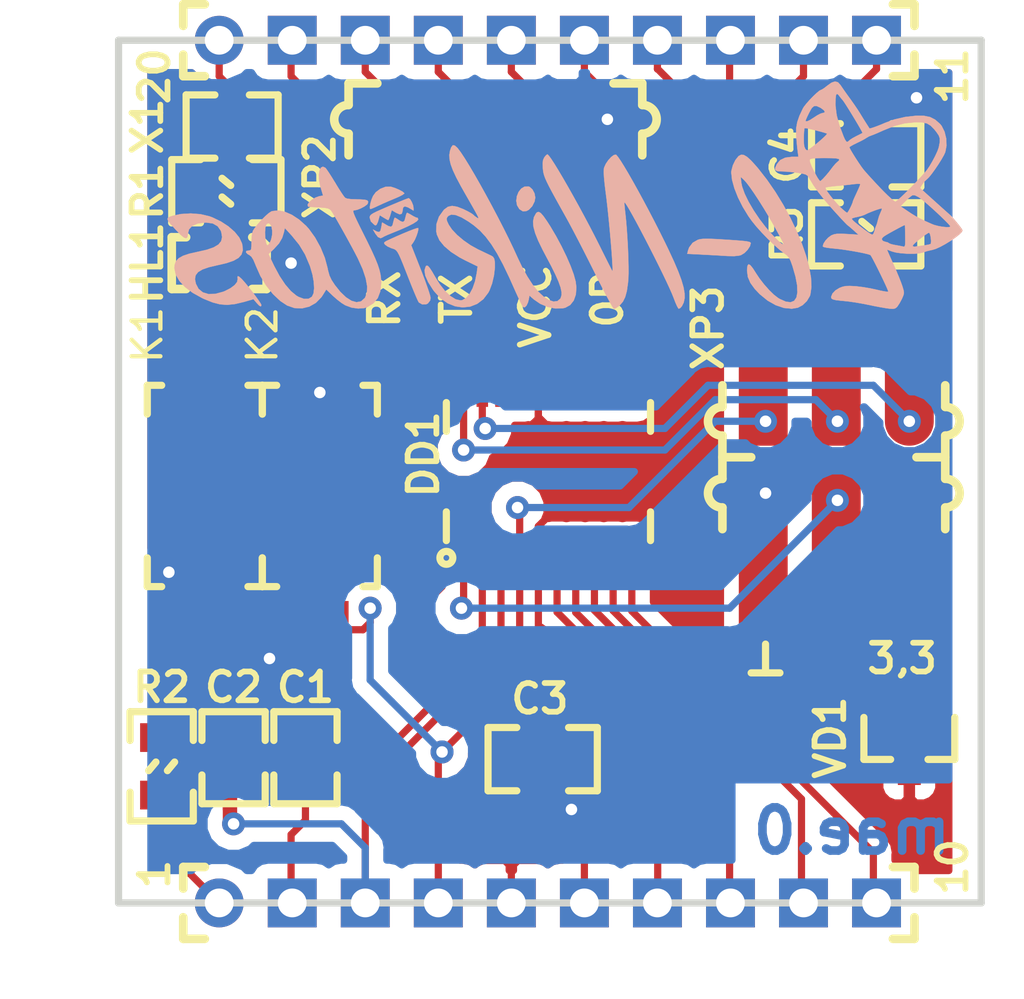
<source format=kicad_pcb>
(kicad_pcb (version 20171130) (host pcbnew "(5.0.0-3-g5ebb6b6)")

  (general
    (thickness 1.6)
    (drawings 16)
    (tracks 265)
    (zones 0)
    (modules 18)
    (nets 23)
  )

  (page A4)
  (layers
    (0 F.Cu signal)
    (31 B.Cu signal)
    (32 B.Adhes user)
    (33 F.Adhes user)
    (34 B.Paste user)
    (35 F.Paste user)
    (36 B.SilkS user)
    (37 F.SilkS user)
    (38 B.Mask user)
    (39 F.Mask user)
    (40 Dwgs.User user)
    (41 Cmts.User user)
    (42 Eco1.User user)
    (43 Eco2.User user)
    (44 Edge.Cuts user)
    (45 Margin user)
    (46 B.CrtYd user)
    (47 F.CrtYd user)
    (48 B.Fab user)
    (49 F.Fab user)
  )

  (setup
    (last_trace_width 0.25)
    (trace_clearance 0.2)
    (zone_clearance 0.5)
    (zone_45_only no)
    (trace_min 0.2)
    (segment_width 0.25)
    (edge_width 0.25)
    (via_size 0.8)
    (via_drill 0.4)
    (via_min_size 0.4)
    (via_min_drill 0.3)
    (uvia_size 0.3)
    (uvia_drill 0.1)
    (uvias_allowed no)
    (uvia_min_size 0.2)
    (uvia_min_drill 0.1)
    (pcb_text_width 0.3)
    (pcb_text_size 1.5 1.5)
    (mod_edge_width 0.15)
    (mod_text_size 1 1)
    (mod_text_width 0.2)
    (pad_size 1.7 1.7)
    (pad_drill 1)
    (pad_to_mask_clearance 0.05)
    (solder_mask_min_width 0.25)
    (aux_axis_origin 93.25 124)
    (visible_elements 7FFFFFFF)
    (pcbplotparams
      (layerselection 0x010c0_ffffffff)
      (usegerberextensions false)
      (usegerberattributes false)
      (usegerberadvancedattributes false)
      (creategerberjobfile false)
      (excludeedgelayer true)
      (linewidth 0.100000)
      (plotframeref false)
      (viasonmask false)
      (mode 1)
      (useauxorigin false)
      (hpglpennumber 1)
      (hpglpenspeed 20)
      (hpglpendiameter 15.000000)
      (psnegative false)
      (psa4output false)
      (plotreference true)
      (plotvalue true)
      (plotinvisibletext false)
      (padsonsilk false)
      (subtractmaskfromsilk false)
      (outputformat 1)
      (mirror false)
      (drillshape 0)
      (scaleselection 1)
      (outputdirectory "GERBER/"))
  )

  (net 0 "")
  (net 1 /0В)
  (net 2 /VCC)
  (net 3 /RX)
  (net 4 /G4)
  (net 5 /G3)
  (net 6 /G2)
  (net 7 /G1)
  (net 8 /RES)
  (net 9 /TX)
  (net 10 /EnRS)
  (net 11 "Net-(R1-Pad1)")
  (net 12 /VCCprog)
  (net 13 /ADC_T1)
  (net 14 /ADCT2)
  (net 15 /BOOT_mode)
  (net 16 /ADC_3V)
  (net 17 /ADC5_6V)
  (net 18 /TXboot_SCL)
  (net 19 /RXboot_SDA)
  (net 20 /DIO)
  (net 21 /CLK)
  (net 22 "Net-(HL1-Pad1)")

  (net_class Default "Это класс цепей по умолчанию."
    (clearance 0.2)
    (trace_width 0.25)
    (via_dia 0.8)
    (via_drill 0.4)
    (uvia_dia 0.3)
    (uvia_drill 0.1)
    (add_net /0В)
    (add_net /ADC5_6V)
    (add_net /ADCT2)
    (add_net /ADC_3V)
    (add_net /ADC_T1)
    (add_net /BOOT_mode)
    (add_net /CLK)
    (add_net /DIO)
    (add_net /EnRS)
    (add_net /G1)
    (add_net /G2)
    (add_net /G3)
    (add_net /G4)
    (add_net /RES)
    (add_net /RX)
    (add_net /RXboot_SDA)
    (add_net /TX)
    (add_net /TXboot_SCL)
    (add_net /VCC)
    (add_net /VCCprog)
    (add_net "Net-(HL1-Pad1)")
    (add_net "Net-(R1-Pad1)")
  )

  (module N_RLC:Конденсатор_SMD_0805 (layer F.Cu) (tedit 5C75BB10) (tstamp 5C6EDE80)
    (at 107 149)
    (path /5C6D1665)
    (fp_text reference C3 (at 0.9 -2.1) (layer F.SilkS)
      (effects (font (size 1 1) (thickness 0.2)))
    )
    (fp_text value "4.7мкФ, 0805" (at 1.29 2.09) (layer F.Fab) hide
      (effects (font (size 2 1.6) (thickness 0.3)))
    )
    (fp_line (start -0.9 1.1) (end -0.9 -1.1) (layer F.SilkS) (width 0.25))
    (fp_line (start 2.9 -1.1) (end 2.9 1.1) (layer F.SilkS) (width 0.25))
    (fp_line (start -0.9 1.1) (end 0.1 1.1) (layer F.SilkS) (width 0.25))
    (fp_line (start 2.9 1.1) (end 1.9 1.1) (layer F.SilkS) (width 0.25))
    (fp_line (start 2.9 -1.1) (end 1.9 -1.1) (layer F.SilkS) (width 0.25))
    (fp_line (start -0.9 -1.1) (end 0.1 -1.1) (layer F.SilkS) (width 0.25))
    (pad 1 smd rect (at 0 0) (size 1 1.5) (layers F.Cu F.Paste F.Mask)
      (net 2 /VCC) (clearance 0.2))
    (pad 2 smd rect (at 2 0) (size 1 1.5) (layers F.Cu F.Paste F.Mask)
      (net 1 /0В) (clearance 0.2))
    (model ${N_3D}/Res_0805.stp
      (offset (xyz 0.05 0.61 0))
      (scale (xyz 1 1 1))
      (rotate (xyz 0 0 90))
    )
  )

  (module N_DD:SSOP-20 (layer F.Cu) (tedit 5C75BB00) (tstamp 5C6F036D)
    (at 105.25 142 90)
    (path /5C6CE958)
    (fp_text reference DD1 (at 3.6 -1.4 90) (layer F.SilkS)
      (effects (font (size 1 1) (thickness 0.2)))
    )
    (fp_text value "STM32F030F4P6(TSSOP-20)" (at 1.5 10.25 90) (layer F.Fab)
      (effects (font (size 1 1) (thickness 0.15)))
    )
    (fp_circle (center 0 -0.6) (end 0.1 -0.6) (layer F.SilkS) (width 0.25))
    (fp_line (start 4.4 6.5) (end 5.4 6.5) (layer F.SilkS) (width 0.25))
    (fp_line (start 0.6 6.5) (end 1.6 6.5) (layer F.SilkS) (width 0.25))
    (fp_line (start 0.6 -0.6) (end 1.6 -0.6) (layer F.SilkS) (width 0.25))
    (fp_line (start 4.4 -0.6) (end 5.4 -0.6) (layer F.SilkS) (width 0.25))
    (pad 11 smd rect (at 6 5.85 90) (size 1.5 0.4) (layers F.Cu F.Paste F.Mask)
      (net 14 /ADCT2))
    (pad 10 smd rect (at 0 5.85 90) (size 1.5 0.4) (layers F.Cu F.Paste F.Mask)
      (net 10 /EnRS))
    (pad 12 smd rect (at 6 5.2 90) (size 1.5 0.4) (layers F.Cu F.Paste F.Mask)
      (net 13 /ADC_T1))
    (pad 9 smd rect (at 0 5.2 90) (size 1.5 0.4) (layers F.Cu F.Paste F.Mask)
      (net 3 /RX))
    (pad 13 smd rect (at 6 4.55 90) (size 1.5 0.4) (layers F.Cu F.Paste F.Mask)
      (net 16 /ADC_3V))
    (pad 8 smd rect (at 0 4.55 90) (size 1.5 0.4) (layers F.Cu F.Paste F.Mask)
      (net 9 /TX))
    (pad 14 smd rect (at 6 3.9 90) (size 1.5 0.4) (layers F.Cu F.Paste F.Mask)
      (net 17 /ADC5_6V))
    (pad 7 smd rect (at 0 3.9 90) (size 1.5 0.4) (layers F.Cu F.Paste F.Mask)
      (net 7 /G1))
    (pad 15 smd rect (at 6 3.25 90) (size 1.5 0.4) (layers F.Cu F.Paste F.Mask)
      (net 1 /0В))
    (pad 6 smd rect (at 0 3.25 90) (size 1.5 0.4) (layers F.Cu F.Paste F.Mask)
      (net 6 /G2))
    (pad 16 smd rect (at 6 2.6 90) (size 1.5 0.4) (layers F.Cu F.Paste F.Mask)
      (net 2 /VCC))
    (pad 5 smd rect (at 0 2.6 90) (size 1.5 0.4) (layers F.Cu F.Paste F.Mask)
      (net 2 /VCC))
    (pad 17 smd rect (at 6 1.95 90) (size 1.5 0.4) (layers F.Cu F.Paste F.Mask)
      (net 18 /TXboot_SCL))
    (pad 4 smd rect (at 0 1.95 90) (size 1.5 0.4) (layers F.Cu F.Paste F.Mask)
      (net 8 /RES))
    (pad 18 smd rect (at 6 1.3 90) (size 1.5 0.4) (layers F.Cu F.Paste F.Mask)
      (net 19 /RXboot_SDA))
    (pad 3 smd rect (at 0 1.3 90) (size 1.5 0.4) (layers F.Cu F.Paste F.Mask)
      (net 5 /G3))
    (pad 19 smd rect (at 6 0.65 90) (size 1.5 0.4) (layers F.Cu F.Paste F.Mask)
      (net 20 /DIO))
    (pad 2 smd rect (at 0 0.65 90) (size 1.5 0.4) (layers F.Cu F.Paste F.Mask)
      (net 4 /G4))
    (pad 20 smd rect (at 6 0 90) (size 1.5 0.4) (layers F.Cu F.Paste F.Mask)
      (net 21 /CLK))
    (pad 1 smd rect (at 0 0 90) (size 1.5 0.4) (layers F.Cu F.Paste F.Mask)
      (net 15 /BOOT_mode))
    (model ${N_3D}/TSSOP20_TP.STEP
      (at (xyz 0 0 0))
      (scale (xyz 1 1 1))
      (rotate (xyz 0 0 0))
    )
  )

  (module N_RLC:Конденсатор_SMD_0805 (layer F.Cu) (tedit 5C75BB14) (tstamp 5C6EDE74)
    (at 118.25 128)
    (path /5C6E2093)
    (fp_text reference C4 (at -1.75 0 90) (layer F.SilkS)
      (effects (font (size 1 1) (thickness 0.2)))
    )
    (fp_text value "4.7мкФ, 0805" (at 1.29 2.09) (layer F.Fab) hide
      (effects (font (size 2 1.6) (thickness 0.3)))
    )
    (fp_line (start -0.9 -1.1) (end 0.1 -1.1) (layer F.SilkS) (width 0.25))
    (fp_line (start 2.9 -1.1) (end 1.9 -1.1) (layer F.SilkS) (width 0.25))
    (fp_line (start 2.9 1.1) (end 1.9 1.1) (layer F.SilkS) (width 0.25))
    (fp_line (start -0.9 1.1) (end 0.1 1.1) (layer F.SilkS) (width 0.25))
    (fp_line (start 2.9 -1.1) (end 2.9 1.1) (layer F.SilkS) (width 0.25))
    (fp_line (start -0.9 1.1) (end -0.9 -1.1) (layer F.SilkS) (width 0.25))
    (pad 2 smd rect (at 2 0) (size 1 1.5) (layers F.Cu F.Paste F.Mask)
      (net 1 /0В) (clearance 0.2))
    (pad 1 smd rect (at 0 0) (size 1 1.5) (layers F.Cu F.Paste F.Mask)
      (net 2 /VCC) (clearance 0.2))
    (model ${N_3D}/Res_0805.stp
      (offset (xyz 0.05 0.61 0))
      (scale (xyz 1 1 1))
      (rotate (xyz 0 0 90))
    )
  )

  (module N_VD_HL:Светодиод_SMD_0603 (layer F.Cu) (tedit 5C2951B7) (tstamp 5C6EDEFE)
    (at 96 131.75)
    (path /5C9555C9)
    (fp_text reference HL1 (at -1.75 0 90) (layer F.SilkS)
      (effects (font (size 1 1) (thickness 0.2)))
    )
    (fp_text value Светодиод (at 0.1524 2.5146) (layer F.Fab)
      (effects (font (size 1 1) (thickness 0.15)))
    )
    (fp_line (start -0.9 -0.9) (end -0.9 0.9) (layer F.SilkS) (width 0.3))
    (fp_line (start -0.9 -0.9) (end -0.4 -0.9) (layer F.SilkS) (width 0.3))
    (fp_line (start -0.9 0.9) (end -0.4 0.9) (layer F.SilkS) (width 0.3))
    (fp_line (start 2.4 0.9) (end 1.9 0.9) (layer F.SilkS) (width 0.3))
    (fp_line (start 2.4 0.9) (end 2.4 -0.6) (layer F.SilkS) (width 0.3))
    (fp_line (start 1.9 -0.9) (end 2.1 -0.9) (layer F.SilkS) (width 0.3))
    (fp_line (start 2.1 -0.9) (end 2.4 -0.6) (layer F.SilkS) (width 0.3))
    (pad 1 smd rect (at 0 0) (size 1 1) (layers F.Cu F.Paste F.Mask)
      (net 22 "Net-(HL1-Pad1)") (clearance 0.2))
    (pad 2 smd rect (at 1.5 0) (size 1 1) (layers F.Cu F.Paste F.Mask)
      (net 1 /0В) (clearance 0.2))
    (model ${N_3D}/LED_0603.step
      (offset (xyz 0.75 0 0))
      (scale (xyz 1 1 1))
      (rotate (xyz 0 0 0))
    )
  )

  (module N_RLC:Резистор_SMD_0805_0,125Вт (layer F.Cu) (tedit 5C75BB3B) (tstamp 5C6EDFFA)
    (at 98 129.25 180)
    (path /5C95484F)
    (fp_text reference R1 (at 3.75 0 270) (layer F.SilkS)
      (effects (font (size 1 1) (thickness 0.2)))
    )
    (fp_text value Резистор_0,125Вт (at 1.29 2.09 180) (layer F.Fab) hide
      (effects (font (size 2 1.6) (thickness 0.3)))
    )
    (fp_line (start 0.85 0.2) (end 1.15 0.45) (layer F.SilkS) (width 0.25))
    (fp_line (start 0.85 -0.45) (end 1.15 -0.2) (layer F.SilkS) (width 0.25))
    (fp_line (start -0.9 1.1) (end -0.9 -1.1) (layer F.SilkS) (width 0.25))
    (fp_line (start 2.9 -1.1) (end 2.9 1.1) (layer F.SilkS) (width 0.25))
    (fp_line (start -0.9 1.1) (end 0.1 1.1) (layer F.SilkS) (width 0.25))
    (fp_line (start 2.9 1.1) (end 1.9 1.1) (layer F.SilkS) (width 0.25))
    (fp_line (start 2.9 -1.1) (end 1.9 -1.1) (layer F.SilkS) (width 0.25))
    (fp_line (start -0.9 -1.1) (end 0.1 -1.1) (layer F.SilkS) (width 0.25))
    (pad 1 smd rect (at 0 0 180) (size 1 1.5) (layers F.Cu F.Paste F.Mask)
      (net 11 "Net-(R1-Pad1)") (clearance 0.2))
    (pad 2 smd rect (at 2 0 180) (size 1 1.5) (layers F.Cu F.Paste F.Mask)
      (net 22 "Net-(HL1-Pad1)") (clearance 0.2))
    (model ${N_3D}/Res_0805.stp
      (offset (xyz 0.05 0.61 0))
      (scale (xyz 1 1 1))
      (rotate (xyz 0 0 90))
    )
  )

  (module N_VD_HL:Диод_BAR43CFILM_SOT-23 (layer F.Cu) (tedit 5C75BAFB) (tstamp 5C6EE108)
    (at 120.75 148.25 270)
    (descr "SOT-23, Single Diode")
    (tags SOT-23)
    (path /5C765DAF)
    (attr smd)
    (fp_text reference VD1 (at 0 2.75 270) (layer F.SilkS)
      (effects (font (size 1 1) (thickness 0.2)))
    )
    (fp_text value "Диод_шоттки(2-анод)" (at 0 2.5 270) (layer F.Fab)
      (effects (font (size 1 1) (thickness 0.15)))
    )
    (fp_text user %R (at 0 -2.5 270) (layer F.Fab)
      (effects (font (size 1 1) (thickness 0.15)))
    )
    (fp_line (start -0.15 -0.45) (end -0.4 -0.45) (layer F.Fab) (width 0.1))
    (fp_line (start -0.15 -0.25) (end 0.15 -0.45) (layer F.Fab) (width 0.1))
    (fp_line (start -0.15 -0.65) (end -0.15 -0.25) (layer F.Fab) (width 0.1))
    (fp_line (start 0.15 -0.45) (end -0.15 -0.65) (layer F.Fab) (width 0.1))
    (fp_line (start 0.15 -0.45) (end 0.4 -0.45) (layer F.Fab) (width 0.1))
    (fp_line (start 0.15 -0.65) (end 0.15 -0.25) (layer F.Fab) (width 0.1))
    (fp_line (start 0.76 1.58) (end 0.76 0.65) (layer F.SilkS) (width 0.25))
    (fp_line (start 0.76 -1.58) (end 0.76 -0.65) (layer F.SilkS) (width 0.25))
    (fp_line (start 0.7 -1.52) (end 0.7 1.52) (layer F.Fab) (width 0.1))
    (fp_line (start -0.7 1.52) (end 0.7 1.52) (layer F.Fab) (width 0.1))
    (fp_line (start -1.7 -1.75) (end 1.7 -1.75) (layer F.CrtYd) (width 0.05))
    (fp_line (start 1.7 -1.75) (end 1.7 1.75) (layer F.CrtYd) (width 0.05))
    (fp_line (start 1.7 1.75) (end -1.7 1.75) (layer F.CrtYd) (width 0.05))
    (fp_line (start -1.7 1.75) (end -1.7 -1.75) (layer F.CrtYd) (width 0.05))
    (fp_line (start -0.7 -1.52) (end 0.7 -1.52) (layer F.Fab) (width 0.1))
    (fp_line (start -0.7 -1.52) (end -0.7 1.52) (layer F.Fab) (width 0.1))
    (fp_line (start 0.76 1.58) (end -0.7 1.58) (layer F.SilkS) (width 0.25))
    (fp_line (start -0.15 0.65) (end 0.15 0.45) (layer F.Fab) (width 0.1))
    (fp_line (start -0.15 0.45) (end -0.4 0.45) (layer F.Fab) (width 0.1))
    (fp_line (start -0.15 0.25) (end -0.15 0.65) (layer F.Fab) (width 0.1))
    (fp_line (start 0.15 0.45) (end 0.4 0.45) (layer F.Fab) (width 0.1))
    (fp_line (start 0.15 0.45) (end -0.15 0.25) (layer F.Fab) (width 0.1))
    (fp_line (start 0.15 0.25) (end 0.15 0.65) (layer F.Fab) (width 0.1))
    (fp_line (start 0.76 -1.58) (end -0.7 -1.58) (layer F.SilkS) (width 0.25))
    (pad 1 smd rect (at -1.1 -0.95 270) (size 1.1 0.8) (layers F.Cu F.Paste F.Mask)
      (net 12 /VCCprog))
    (pad 1 smd rect (at -1.1 0.95 270) (size 1.1 0.8) (layers F.Cu F.Paste F.Mask)
      (net 12 /VCCprog))
    (pad 2 smd rect (at 1.1 0 270) (size 1.1 0.8) (layers F.Cu F.Paste F.Mask)
      (net 2 /VCC))
    (model ${N_3D}/SOT-23.step
      (offset (xyz 0 0 0.57))
      (scale (xyz 1 1 1))
      (rotate (xyz -90 0 -90))
    )
  )

  (module N_RLC:Конденсатор_SMD_0603 (layer F.Cu) (tedit 5C75BB4A) (tstamp 5C75C019)
    (at 98 127 180)
    (path /5C998E12)
    (fp_text reference X1 (at 3.75 0 270) (layer F.SilkS)
      (effects (font (size 1 1) (thickness 0.2)))
    )
    (fp_text value перемычка_разрывная (at 0.1524 2.5146 180) (layer F.Fab)
      (effects (font (size 1 1) (thickness 0.15)))
    )
    (fp_line (start -0.8 -1.1) (end 0.2 -1.1) (layer F.SilkS) (width 0.25))
    (fp_line (start -0.8 -1.1) (end -0.8 1.1) (layer F.SilkS) (width 0.25))
    (fp_line (start -0.8 1.1) (end 0.2 1.1) (layer F.SilkS) (width 0.25))
    (fp_line (start 2.4 -1.1) (end 2.4 1.1) (layer F.SilkS) (width 0.25))
    (fp_line (start 2.4 -1.1) (end 1.4 -1.1) (layer F.SilkS) (width 0.25))
    (fp_line (start 2.4 1.1) (end 1.4 1.1) (layer F.SilkS) (width 0.25))
    (pad 1 smd rect (at 0 0 180) (size 0.75 1.5) (layers F.Cu F.Paste F.Mask)
      (net 11 "Net-(R1-Pad1)") (clearance 0.2))
    (pad 2 smd rect (at 1.5 0 180) (size 0.75 1.5) (layers F.Cu F.Paste F.Mask)
      (net 2 /VCC) (clearance 0.2))
    (model ${N_3D}/CAP_0603.stp
      (offset (xyz 0 -0.5 0))
      (scale (xyz 1 1 1))
      (rotate (xyz 0 90 90))
    )
  )

  (module N_X:Кнопка_FSMSM (layer F.Cu) (tedit 5C6ED76C) (tstamp 5C6EF2BD)
    (at 96.25 144.5 90)
    (path /5C762E7F)
    (fp_text reference K1 (at 10.25 -2 270) (layer F.SilkS)
      (effects (font (size 1 1) (thickness 0.15)))
    )
    (fp_text value "1437566-3 (FSMSM)" (at 0.3 2.5 90) (layer F.Fab)
      (effects (font (size 1 1) (thickness 0.15)))
    )
    (fp_line (start 1.5 -1.5) (end 1.5 -2) (layer F.SilkS) (width 0.25))
    (fp_line (start 1.5 -2) (end 2.5 -2) (layer F.SilkS) (width 0.25))
    (fp_line (start 8.5 -1.5) (end 8.5 -2) (layer F.SilkS) (width 0.25))
    (fp_line (start 8.5 -2) (end 7.5 -2) (layer F.SilkS) (width 0.25))
    (fp_line (start 1.5 1.5) (end 1.5 2) (layer F.SilkS) (width 0.25))
    (fp_line (start 1.5 2) (end 2.5 2) (layer F.SilkS) (width 0.25))
    (fp_line (start 8.5 1.5) (end 8.5 2) (layer F.SilkS) (width 0.25))
    (fp_line (start 8.5 2) (end 7.5 2) (layer F.SilkS) (width 0.25))
    (pad 1 smd rect (at 0 0 90) (size 2 2) (layers F.Cu F.Paste F.Mask)
      (net 15 /BOOT_mode))
    (pad 2 smd rect (at 10 0 90) (size 2 2) (layers F.Cu F.Paste F.Mask)
      (net 2 /VCC))
    (model ${N_3D}/button_FSMSM.stp
      (offset (xyz 5 0 4.5))
      (scale (xyz 1 1 1))
      (rotate (xyz 0 0 90))
    )
  )

  (module N_X:Кнопка_FSMSM (layer F.Cu) (tedit 5C6ED76C) (tstamp 5C6EF2CB)
    (at 100.25 144.5 90)
    (path /5C777581)
    (fp_text reference K2 (at 10.25 -2 270) (layer F.SilkS)
      (effects (font (size 1 1) (thickness 0.15)))
    )
    (fp_text value "1437566-3 (FSMSM)" (at 0.3 2.5 90) (layer F.Fab)
      (effects (font (size 1 1) (thickness 0.15)))
    )
    (fp_line (start 8.5 2) (end 7.5 2) (layer F.SilkS) (width 0.25))
    (fp_line (start 8.5 1.5) (end 8.5 2) (layer F.SilkS) (width 0.25))
    (fp_line (start 1.5 2) (end 2.5 2) (layer F.SilkS) (width 0.25))
    (fp_line (start 1.5 1.5) (end 1.5 2) (layer F.SilkS) (width 0.25))
    (fp_line (start 8.5 -2) (end 7.5 -2) (layer F.SilkS) (width 0.25))
    (fp_line (start 8.5 -1.5) (end 8.5 -2) (layer F.SilkS) (width 0.25))
    (fp_line (start 1.5 -2) (end 2.5 -2) (layer F.SilkS) (width 0.25))
    (fp_line (start 1.5 -1.5) (end 1.5 -2) (layer F.SilkS) (width 0.25))
    (pad 2 smd rect (at 10 0 90) (size 2 2) (layers F.Cu F.Paste F.Mask)
      (net 1 /0В))
    (pad 1 smd rect (at 0 0 90) (size 2 2) (layers F.Cu F.Paste F.Mask)
      (net 8 /RES))
    (model ${N_3D}/button_FSMSM.stp
      (offset (xyz 5 0 4.5))
      (scale (xyz 1 1 1))
      (rotate (xyz 0 0 90))
    )
  )

  (module N_RLC:Конденсатор_SMD_0603 (layer F.Cu) (tedit 5C75BB23) (tstamp 5C7410BF)
    (at 99.75 149.75 90)
    (path /5CA116E0)
    (fp_text reference C1 (at 3.25 0 180) (layer F.SilkS)
      (effects (font (size 1 1) (thickness 0.2)))
    )
    (fp_text value "12Ф, 0603" (at 0.1524 2.5146 90) (layer F.Fab)
      (effects (font (size 1 1) (thickness 0.15)))
    )
    (fp_line (start 2.4 1.1) (end 1.4 1.1) (layer F.SilkS) (width 0.25))
    (fp_line (start 2.4 -1.1) (end 1.4 -1.1) (layer F.SilkS) (width 0.25))
    (fp_line (start 2.4 -1.1) (end 2.4 1.1) (layer F.SilkS) (width 0.25))
    (fp_line (start -0.8 1.1) (end 0.2 1.1) (layer F.SilkS) (width 0.25))
    (fp_line (start -0.8 -1.1) (end -0.8 1.1) (layer F.SilkS) (width 0.25))
    (fp_line (start -0.8 -1.1) (end 0.2 -1.1) (layer F.SilkS) (width 0.25))
    (pad 2 smd rect (at 1.5 0 90) (size 0.75 1.5) (layers F.Cu F.Paste F.Mask)
      (net 1 /0В) (clearance 0.2))
    (pad 1 smd rect (at 0 0 90) (size 0.75 1.5) (layers F.Cu F.Paste F.Mask)
      (net 4 /G4) (clearance 0.2))
    (model ${N_3D}/CAP_0603.stp
      (offset (xyz 0 -0.5 0))
      (scale (xyz 1 1 1))
      (rotate (xyz 0 90 90))
    )
  )

  (module N_RLC:Конденсатор_SMD_0603 (layer F.Cu) (tedit 5C75BB26) (tstamp 5C76EB6F)
    (at 97.25 149.75 90)
    (path /5CA3252E)
    (fp_text reference C2 (at 3.25 0 180) (layer F.SilkS)
      (effects (font (size 1 1) (thickness 0.2)))
    )
    (fp_text value "12Ф, 0603" (at 0.1524 2.5146 90) (layer F.Fab)
      (effects (font (size 1 1) (thickness 0.15)))
    )
    (fp_line (start -0.8 -1.1) (end 0.2 -1.1) (layer F.SilkS) (width 0.25))
    (fp_line (start -0.8 -1.1) (end -0.8 1.1) (layer F.SilkS) (width 0.25))
    (fp_line (start -0.8 1.1) (end 0.2 1.1) (layer F.SilkS) (width 0.25))
    (fp_line (start 2.4 -1.1) (end 2.4 1.1) (layer F.SilkS) (width 0.25))
    (fp_line (start 2.4 -1.1) (end 1.4 -1.1) (layer F.SilkS) (width 0.25))
    (fp_line (start 2.4 1.1) (end 1.4 1.1) (layer F.SilkS) (width 0.25))
    (pad 1 smd rect (at 0 0 90) (size 0.75 1.5) (layers F.Cu F.Paste F.Mask)
      (net 5 /G3) (clearance 0.2))
    (pad 2 smd rect (at 1.5 0 90) (size 0.75 1.5) (layers F.Cu F.Paste F.Mask)
      (net 1 /0В) (clearance 0.2))
    (model ${N_3D}/CAP_0603.stp
      (offset (xyz 0 -0.5 0))
      (scale (xyz 1 1 1))
      (rotate (xyz 0 90 90))
    )
  )

  (module N_X:Вилка_PLS10_вертикальная (layer F.Cu) (tedit 5C764C97) (tstamp 5C73E05F)
    (at 96.75 124)
    (path /5CA00081)
    (fp_text reference XP4 (at 0.45 -2.05) (layer F.SilkS) hide
      (effects (font (size 1 1) (thickness 0.2)))
    )
    (fp_text value Вилка_PLS10 (at 10.16 2.5) (layer F.Fab)
      (effects (font (size 1 1) (thickness 0.15)))
    )
    (fp_line (start 24.18 -1.25) (end 24.18 -0.5) (layer F.SilkS) (width 0.3))
    (fp_line (start 24.18 1.25) (end 23.43 1.25) (layer F.SilkS) (width 0.3))
    (fp_line (start 24.18 0.5) (end 24.18 1.25) (layer F.SilkS) (width 0.3))
    (fp_line (start 23.43 -1.25) (end 24.18 -1.25) (layer F.SilkS) (width 0.3))
    (fp_line (start -1.25 1.25) (end -0.5 1.25) (layer F.SilkS) (width 0.3))
    (fp_line (start -1.25 0.5) (end -1.25 1.25) (layer F.SilkS) (width 0.3))
    (fp_line (start -1.25 -1.25) (end -1.25 -0.5) (layer F.SilkS) (width 0.3))
    (fp_line (start -1.25 -1.25) (end -0.5 -1.25) (layer F.SilkS) (width 0.3))
    (pad 10 thru_hole rect (at 22.86 0) (size 1.7 1.7) (drill 1) (layers *.Cu *.Mask)
      (net 14 /ADCT2))
    (pad 9 thru_hole rect (at 20.32 0) (size 1.7 1.7) (drill 1) (layers *.Cu *.Mask)
      (net 13 /ADC_T1))
    (pad 8 thru_hole rect (at 17.78 0) (size 1.7 1.7) (drill 1) (layers *.Cu *.Mask)
      (net 16 /ADC_3V))
    (pad 7 thru_hole rect (at 15.24 0) (size 1.7 1.7) (drill 1) (layers *.Cu *.Mask)
      (net 17 /ADC5_6V))
    (pad 6 thru_hole rect (at 12.7 0) (size 1.7 1.7) (drill 1) (layers *.Cu *.Mask)
      (net 1 /0В))
    (pad 5 thru_hole rect (at 10.16 0) (size 1.7 1.7) (drill 1) (layers *.Cu *.Mask)
      (net 2 /VCC))
    (pad 4 thru_hole rect (at 7.62 0) (size 1.7 1.7) (drill 1) (layers *.Cu *.Mask)
      (net 18 /TXboot_SCL))
    (pad 3 thru_hole rect (at 5.08 0) (size 1.7 1.7) (drill 1) (layers *.Cu *.Mask)
      (net 19 /RXboot_SDA))
    (pad 2 thru_hole rect (at 2.54 0) (size 1.7 1.7) (drill 1) (layers *.Cu *.Mask)
      (net 20 /DIO))
    (pad 1 thru_hole circle (at 0 0) (size 1.7 1.7) (drill 1) (layers *.Cu *.Mask)
      (net 21 /CLK))
  )

  (module N_X:Вилка_PLS10_вертикальная (layer F.Cu) (tedit 5C75BDA8) (tstamp 5C6F006C)
    (at 96.75 154)
    (path /5C9FF2F2)
    (fp_text reference XP1 (at 1.5 2.5) (layer F.SilkS) hide
      (effects (font (size 1 1) (thickness 0.2)))
    )
    (fp_text value Вилка_PLS10 (at 10.16 2.5) (layer F.Fab)
      (effects (font (size 1 1) (thickness 0.15)))
    )
    (fp_line (start -1.25 -1.25) (end -0.5 -1.25) (layer F.SilkS) (width 0.3))
    (fp_line (start -1.25 -1.25) (end -1.25 -0.5) (layer F.SilkS) (width 0.3))
    (fp_line (start -1.25 0.5) (end -1.25 1.25) (layer F.SilkS) (width 0.3))
    (fp_line (start -1.25 1.25) (end -0.5 1.25) (layer F.SilkS) (width 0.3))
    (fp_line (start 23.43 -1.25) (end 24.18 -1.25) (layer F.SilkS) (width 0.3))
    (fp_line (start 24.18 0.5) (end 24.18 1.25) (layer F.SilkS) (width 0.3))
    (fp_line (start 24.18 1.25) (end 23.43 1.25) (layer F.SilkS) (width 0.3))
    (fp_line (start 24.18 -1.25) (end 24.18 -0.5) (layer F.SilkS) (width 0.3))
    (pad 1 thru_hole circle (at 0 0) (size 1.7 1.7) (drill 1) (layers *.Cu *.Mask)
      (net 15 /BOOT_mode))
    (pad 2 thru_hole rect (at 2.54 0) (size 1.7 1.7) (drill 1) (layers *.Cu *.Mask)
      (net 4 /G4))
    (pad 3 thru_hole rect (at 5.08 0) (size 1.7 1.7) (drill 1) (layers *.Cu *.Mask)
      (net 5 /G3))
    (pad 4 thru_hole rect (at 7.62 0) (size 1.7 1.7) (drill 1) (layers *.Cu *.Mask)
      (net 8 /RES))
    (pad 5 thru_hole rect (at 10.16 0) (size 1.7 1.7) (drill 1) (layers *.Cu *.Mask)
      (net 2 /VCC))
    (pad 6 thru_hole rect (at 12.7 0) (size 1.7 1.7) (drill 1) (layers *.Cu *.Mask)
      (net 6 /G2))
    (pad 7 thru_hole rect (at 15.24 0) (size 1.7 1.7) (drill 1) (layers *.Cu *.Mask)
      (net 7 /G1))
    (pad 8 thru_hole rect (at 17.78 0) (size 1.7 1.7) (drill 1) (layers *.Cu *.Mask)
      (net 9 /TX))
    (pad 9 thru_hole rect (at 20.32 0) (size 1.7 1.7) (drill 1) (layers *.Cu *.Mask)
      (net 3 /RX))
    (pad 10 thru_hole rect (at 22.86 0) (size 1.7 1.7) (drill 1) (layers *.Cu *.Mask)
      (net 10 /EnRS))
  )

  (module N_X:Вилка_PLS4_угловая_вертикальная (layer F.Cu) (tedit 5C75BB7B) (tstamp 5C73CB31)
    (at 102.5 126.75)
    (path /5C7E0C71)
    (fp_text reference XP2 (at -2.25 2 90) (layer F.SilkS)
      (effects (font (size 1 1) (thickness 0.2)))
    )
    (fp_text value Вилка_PLS4 (at 3 5.5) (layer F.Fab)
      (effects (font (size 1 1) (thickness 0.15)))
    )
    (fp_line (start -1.25 -1.25) (end -0.25 -1.25) (layer F.SilkS) (width 0.3))
    (fp_arc (start -1.25 0) (end -1.25 -0.5) (angle -180) (layer F.SilkS) (width 0.3))
    (fp_line (start -1.25 -1.25) (end -1.25 -0.5) (layer F.SilkS) (width 0.3))
    (fp_line (start -1.25 0.5) (end -1.25 1.25) (layer F.SilkS) (width 0.3))
    (fp_arc (start 8.963284 0) (end 8.963284 -0.5) (angle 180) (layer F.SilkS) (width 0.3))
    (fp_line (start 8.963284 -1.25) (end 8.963284 -0.5) (layer F.SilkS) (width 0.3))
    (fp_line (start 8.963284 -1.25) (end 7.963284 -1.25) (layer F.SilkS) (width 0.3))
    (fp_line (start 8.963284 0.5) (end 8.963284 1.25) (layer F.SilkS) (width 0.3))
    (pad 1 smd oval (at 0 0) (size 1.7 5.7) (drill (offset 0 2)) (layers F.Cu F.Paste F.Mask)
      (net 19 /RXboot_SDA))
    (pad 2 smd rect (at 2.54 0) (size 1.7 5.7) (drill (offset 0 2)) (layers F.Cu F.Paste F.Mask)
      (net 18 /TXboot_SCL))
    (pad 3 smd rect (at 5.08 0) (size 1.7 5.7) (drill (offset 0 2)) (layers F.Cu F.Paste F.Mask)
      (net 2 /VCC))
    (pad 4 smd rect (at 7.62 0) (size 1.7 5.7) (drill (offset 0 2)) (layers F.Cu F.Paste F.Mask)
      (net 1 /0В))
    (model ${N_3D}/vilka_PLS-1R_D1-1.STEP
      (offset (xyz 0 -1.25 0.2))
      (scale (xyz 1 1 1))
      (rotate (xyz -90 0 180))
    )
    (model ${N_3D}/vilka_PLS-1R_D1-1.STEP
      (offset (xyz 2.54 -1.25 0.2))
      (scale (xyz 1 1 1))
      (rotate (xyz -90 0 180))
    )
    (model ${N_3D}/vilka_PLS-1R_D1-1.STEP
      (offset (xyz 5.08 -1.25 0.2))
      (scale (xyz 1 1 1))
      (rotate (xyz -90 0 180))
    )
    (model ${N_3D}/vilka_PLS-1R_D1-1.STEP
      (offset (xyz 7.62 -1.25 0.2))
      (scale (xyz 1 1 1))
      (rotate (xyz -90 0 180))
    )
  )

  (module N_X:Вилка_PLD6_угловая_вертикальная (layer F.Cu) (tedit 5C75BB73) (tstamp 5C7426AA)
    (at 120.75 137.25 180)
    (path /5C578C43)
    (fp_text reference XP3 (at 7 3.25 270) (layer F.SilkS)
      (effects (font (size 1 1) (thickness 0.2)))
    )
    (fp_text value Вилка_PLD6_ПРОГ (at 3 5.5 180) (layer F.Fab)
      (effects (font (size 1 1) (thickness 0.15)))
    )
    (fp_line (start -1.25 -1.25) (end -0.25 -1.25) (layer F.SilkS) (width 0.3))
    (fp_arc (start -1.25 0) (end -1.25 -0.5) (angle -180) (layer F.SilkS) (width 0.3))
    (fp_line (start -1.25 -1.25) (end -1.25 -0.5) (layer F.SilkS) (width 0.3))
    (fp_line (start -1.25 0.5) (end -1.25 1.25) (layer F.SilkS) (width 0.3))
    (fp_line (start -1.25 -3) (end -1.25 -3.75) (layer F.SilkS) (width 0.3))
    (fp_line (start -1.25 -1.25) (end -1.25 -2) (layer F.SilkS) (width 0.3))
    (fp_arc (start -1.25 -2.5) (end -1.25 -2) (angle 180) (layer F.SilkS) (width 0.3))
    (fp_arc (start 6.5 -2.5) (end 6.5 -2) (angle -180) (layer F.SilkS) (width 0.3))
    (fp_line (start 6.5 -3) (end 6.5 -3.75) (layer F.SilkS) (width 0.3))
    (fp_line (start 6.5 -1.25) (end 6.5 -2) (layer F.SilkS) (width 0.3))
    (fp_line (start 6.5 -1.25) (end 5.5 -1.25) (layer F.SilkS) (width 0.3))
    (fp_arc (start 6.5 0) (end 6.5 -0.5) (angle 180) (layer F.SilkS) (width 0.3))
    (fp_line (start 6.5 0.5) (end 6.5 1.25) (layer F.SilkS) (width 0.3))
    (fp_line (start 6.5 -1.25) (end 6.5 -0.5) (layer F.SilkS) (width 0.3))
    (pad 1 smd oval (at 0 0 180) (size 1.7 5.7) (drill (offset 0 2)) (layers F.Cu F.Paste F.Mask)
      (net 20 /DIO))
    (pad 3 smd rect (at 2.54 0 180) (size 1.7 5.7) (drill (offset 0 2)) (layers F.Cu F.Paste F.Mask)
      (net 21 /CLK))
    (pad 5 smd rect (at 5.08 0 180) (size 1.7 5.7) (drill (offset 0 2)) (layers F.Cu F.Paste F.Mask)
      (net 8 /RES))
    (pad 2 smd rect (at 0 -2.54 180) (size 1.7 5.7) (drill (offset 0 -2)) (layers F.Cu F.Paste F.Mask)
      (net 12 /VCCprog))
    (pad 4 smd rect (at 2.54 -2.54 180) (size 1.7 5.7) (drill (offset 0 -2)) (layers F.Cu F.Paste F.Mask)
      (net 15 /BOOT_mode))
    (pad 6 smd rect (at 5.08 -2.54 180) (size 1.7 5.7) (drill (offset 0 -2)) (layers F.Cu F.Paste F.Mask)
      (net 1 /0В))
    (model ${N_3D}/vilka_PLS-1R_D1-1.STEP
      (offset (xyz 0 -1.25 0.2))
      (scale (xyz 1 1 1))
      (rotate (xyz -90 0 180))
    )
    (model ${N_3D}/vilka_PLS-1R_D1-1.STEP
      (offset (xyz 2.54 -1.25 0.2))
      (scale (xyz 1 1 1))
      (rotate (xyz -90 0 180))
    )
    (model ${N_3D}/vilka_PLS-1R_D1-1.STEP
      (offset (xyz 5.08 -1.25 0.2))
      (scale (xyz 1 1 1))
      (rotate (xyz -90 0 180))
    )
    (model ${N_3D}/vilka_PLS-1R_D1-1.STEP
      (offset (xyz 0 3.83 0.2))
      (scale (xyz 1 1 1))
      (rotate (xyz -90 0 0))
    )
    (model ${N_3D}/vilka_PLS-1R_D1-1.STEP
      (offset (xyz 2.54 3.83 0.2))
      (scale (xyz 1 1 1))
      (rotate (xyz -90 0 0))
    )
    (model ${N_3D}/vilka_PLS-1R_D1-1.STEP
      (offset (xyz 5.08 3.83 0.2))
      (scale (xyz 1 1 1))
      (rotate (xyz -90 0 0))
    )
  )

  (module N_RLC:Резистор_SMD_0805_0,125Вт (layer F.Cu) (tedit 5C75BBAC) (tstamp 5C75F589)
    (at 94.75 148.25 270)
    (path /5C8682D3)
    (fp_text reference R2 (at -1.75 0) (layer F.SilkS)
      (effects (font (size 1 1) (thickness 0.2)))
    )
    (fp_text value "20к, 0805" (at 1.29 2.09 270) (layer F.Fab) hide
      (effects (font (size 2 1.6) (thickness 0.3)))
    )
    (fp_line (start 0.85 0.2) (end 1.15 0.45) (layer F.SilkS) (width 0.25))
    (fp_line (start 0.85 -0.45) (end 1.15 -0.2) (layer F.SilkS) (width 0.25))
    (fp_line (start -0.9 1.1) (end -0.9 -1.1) (layer F.SilkS) (width 0.25))
    (fp_line (start 2.9 -1.1) (end 2.9 1.1) (layer F.SilkS) (width 0.25))
    (fp_line (start -0.9 1.1) (end 0.1 1.1) (layer F.SilkS) (width 0.25))
    (fp_line (start 2.9 1.1) (end 1.9 1.1) (layer F.SilkS) (width 0.25))
    (fp_line (start 2.9 -1.1) (end 1.9 -1.1) (layer F.SilkS) (width 0.25))
    (fp_line (start -0.9 -1.1) (end 0.1 -1.1) (layer F.SilkS) (width 0.25))
    (pad 1 smd rect (at 0 0 270) (size 1 1.5) (layers F.Cu F.Paste F.Mask)
      (net 1 /0В) (clearance 0.2))
    (pad 2 smd rect (at 2 0 270) (size 1 1.5) (layers F.Cu F.Paste F.Mask)
      (net 15 /BOOT_mode) (clearance 0.2))
    (model ${N_3D}/Res_0805.stp
      (offset (xyz 0.05 0.61 0))
      (scale (xyz 1 1 1))
      (rotate (xyz 0 0 90))
    )
  )

  (module N_RLC:Резистор_SMD_0805_0,125Вт (layer F.Cu) (tedit 5C5F094A) (tstamp 5C75F686)
    (at 120.25 130.75 180)
    (path /5C6E209C)
    (fp_text reference R3 (at 3.750001 0 270) (layer F.SilkS)
      (effects (font (size 1 1) (thickness 0.2)))
    )
    (fp_text value "20к, 0805" (at 1.29 2.09 180) (layer F.Fab) hide
      (effects (font (size 2 1.6) (thickness 0.3)))
    )
    (fp_line (start -0.9 -1.1) (end 0.1 -1.1) (layer F.SilkS) (width 0.25))
    (fp_line (start 2.9 -1.1) (end 1.9 -1.1) (layer F.SilkS) (width 0.25))
    (fp_line (start 2.9 1.1) (end 1.9 1.1) (layer F.SilkS) (width 0.25))
    (fp_line (start -0.9 1.1) (end 0.1 1.1) (layer F.SilkS) (width 0.25))
    (fp_line (start 2.9 -1.1) (end 2.9 1.1) (layer F.SilkS) (width 0.25))
    (fp_line (start -0.9 1.1) (end -0.9 -1.1) (layer F.SilkS) (width 0.25))
    (fp_line (start 0.85 -0.45) (end 1.15 -0.2) (layer F.SilkS) (width 0.25))
    (fp_line (start 0.85 0.2) (end 1.15 0.45) (layer F.SilkS) (width 0.25))
    (pad 2 smd rect (at 2 0 180) (size 1 1.5) (layers F.Cu F.Paste F.Mask)
      (net 8 /RES) (clearance 0.2))
    (pad 1 smd rect (at 0 0 180) (size 1 1.5) (layers F.Cu F.Paste F.Mask)
      (net 2 /VCC) (clearance 0.2))
    (model ${N_3D}/Res_0805.stp
      (offset (xyz 0.05 0.61 0))
      (scale (xyz 1 1 1))
      (rotate (xyz 0 0 90))
    )
  )

  (module N_ICO:el-nikitos_29x10 (layer B.Cu) (tedit 0) (tstamp 5C760290)
    (at 108.25 130 180)
    (fp_text reference G*** (at 0 0 180) (layer B.SilkS) hide
      (effects (font (size 1.524 1.524) (thickness 0.3)) (justify mirror))
    )
    (fp_text value LOGO (at 0.75 0 180) (layer B.SilkS) hide
      (effects (font (size 1.524 1.524) (thickness 0.3)) (justify mirror))
    )
    (fp_poly (pts (xy 5.720324 0.901302) (xy 5.898495 0.831506) (xy 6.054011 0.714182) (xy 6.148448 0.586258)
      (xy 6.20059 0.462338) (xy 6.239056 0.332167) (xy 6.259253 0.21885) (xy 6.256585 0.145493)
      (xy 6.239122 0.130246) (xy 6.183697 0.149184) (xy 6.077398 0.195105) (xy 5.967158 0.246663)
      (xy 5.812385 0.318014) (xy 5.616731 0.403672) (xy 5.418159 0.48708) (xy 5.38463 0.50074)
      (xy 5.233275 0.567194) (xy 5.121046 0.626424) (xy 5.064221 0.669343) (xy 5.061261 0.681262)
      (xy 5.12474 0.735252) (xy 5.240732 0.798948) (xy 5.380327 0.858846) (xy 5.514618 0.90144)
      (xy 5.547636 0.908481) (xy 5.720324 0.901302)) (layer B.SilkS) (width 0.01))
    (fp_poly (pts (xy 0.877763 0.911025) (xy 0.995362 0.841763) (xy 1.087606 0.724299) (xy 1.147388 0.576495)
      (xy 1.167603 0.416215) (xy 1.141146 0.261322) (xy 1.060912 0.129681) (xy 1.055972 0.124639)
      (xy 0.939678 0.05187) (xy 0.814047 0.061592) (xy 0.728844 0.108404) (xy 0.613352 0.230451)
      (xy 0.532651 0.392592) (xy 0.508 0.529167) (xy 0.535569 0.678248) (xy 0.606555 0.811179)
      (xy 0.703379 0.899021) (xy 0.741912 0.914221) (xy 0.877763 0.911025)) (layer B.SilkS) (width 0.01))
    (fp_poly (pts (xy 4.960646 0.49205) (xy 5.074995 0.447882) (xy 5.239659 0.381023) (xy 5.440968 0.296998)
      (xy 5.607694 0.226073) (xy 5.848781 0.121907) (xy 6.022611 0.04369) (xy 6.140103 -0.015146)
      (xy 6.212173 -0.061168) (xy 6.24974 -0.100945) (xy 6.263721 -0.141042) (xy 6.265334 -0.169533)
      (xy 6.224167 -0.302543) (xy 6.103201 -0.416966) (xy 6.069537 -0.437292) (xy 6.028378 -0.418062)
      (xy 5.984269 -0.324559) (xy 5.968772 -0.274353) (xy 5.915638 -0.084577) (xy 5.778573 -0.169288)
      (xy 5.685305 -0.223982) (xy 5.62699 -0.252722) (xy 5.621454 -0.254) (xy 5.598253 -0.217607)
      (xy 5.563783 -0.126183) (xy 5.549859 -0.081965) (xy 5.498316 0.09007) (xy 5.346087 0.000252)
      (xy 5.226848 -0.051976) (xy 5.154917 -0.036168) (xy 5.124286 0.049945) (xy 5.122334 0.084667)
      (xy 5.101783 0.189443) (xy 5.041694 0.223664) (xy 4.935784 0.189632) (xy 4.896071 0.167602)
      (xy 4.741334 0.076304) (xy 4.741334 0.167255) (xy 4.759154 0.264454) (xy 4.802583 0.373809)
      (xy 4.856572 0.464968) (xy 4.906071 0.507578) (xy 4.910281 0.508) (xy 4.960646 0.49205)) (layer B.SilkS) (width 0.01))
    (fp_poly (pts (xy 4.98992 -0.036904) (xy 5.015225 -0.12779) (xy 5.019381 -0.148634) (xy 5.053993 -0.273036)
      (xy 5.105114 -0.319552) (xy 5.186868 -0.294928) (xy 5.245574 -0.256676) (xy 5.333035 -0.19862)
      (xy 5.387819 -0.169972) (xy 5.391534 -0.169333) (xy 5.413775 -0.206226) (xy 5.438566 -0.297087)
      (xy 5.442714 -0.317967) (xy 5.474769 -0.438796) (xy 5.523168 -0.485276) (xy 5.606695 -0.46542)
      (xy 5.686557 -0.422017) (xy 5.833948 -0.335054) (xy 5.862862 -0.506193) (xy 5.892166 -0.625481)
      (xy 5.937688 -0.670849) (xy 6.016849 -0.653036) (xy 6.063384 -0.629799) (xy 6.152202 -0.582265)
      (xy 6.068892 -0.724911) (xy 5.977194 -0.842756) (xy 5.887991 -0.882806) (xy 5.819952 -0.854503)
      (xy 5.760879 -0.820588) (xy 5.648266 -0.769052) (xy 5.5245 -0.718235) (xy 5.199117 -0.586044)
      (xy 4.937797 -0.469283) (xy 4.744632 -0.370084) (xy 4.623715 -0.290581) (xy 4.57914 -0.232907)
      (xy 4.579389 -0.225729) (xy 4.600837 -0.17355) (xy 4.614334 -0.171753) (xy 4.659748 -0.162489)
      (xy 4.748676 -0.118346) (xy 4.788664 -0.09466) (xy 4.888593 -0.036198) (xy 4.955821 -0.002921)
      (xy 4.966662 0) (xy 4.98992 -0.036904)) (layer B.SilkS) (width 0.01))
    (fp_poly (pts (xy -5.319656 -0.906865) (xy -5.22632 -0.91808) (xy -5.152739 -0.936768) (xy -5.147543 -0.93851)
      (xy -4.96695 -1.041953) (xy -4.843717 -1.203881) (xy -4.803712 -1.31671) (xy -4.777603 -1.42692)
      (xy -5.320385 -1.454447) (xy -5.563522 -1.467201) (xy -5.811056 -1.480906) (xy -6.032129 -1.493814)
      (xy -6.180666 -1.503152) (xy -6.412607 -1.507028) (xy -6.592446 -1.486139) (xy -6.644867 -1.471248)
      (xy -6.763787 -1.399955) (xy -6.875437 -1.287773) (xy -6.956767 -1.162554) (xy -6.985 -1.060256)
      (xy -6.975951 -1.035424) (xy -6.941782 -1.015189) (xy -6.871955 -0.997986) (xy -6.755935 -0.982252)
      (xy -6.583184 -0.966421) (xy -6.343167 -0.948929) (xy -6.148916 -0.93611) (xy -5.847375 -0.917745)
      (xy -5.617264 -0.906729) (xy -5.445664 -0.903092) (xy -5.319656 -0.906865)) (layer B.SilkS) (width 0.01))
    (fp_poly (pts (xy 4.625785 -0.535696) (xy 4.736587 -0.572903) (xy 4.899004 -0.635593) (xy 5.100428 -0.718721)
      (xy 5.328252 -0.817244) (xy 5.555913 -0.919709) (xy 5.686323 -0.981818) (xy 5.751465 -1.023755)
      (xy 5.763739 -1.059061) (xy 5.735543 -1.101274) (xy 5.728938 -1.108654) (xy 5.642882 -1.171268)
      (xy 5.519856 -1.227047) (xy 5.493628 -1.235576) (xy 5.433412 -1.254412) (xy 5.383827 -1.276979)
      (xy 5.339551 -1.312853) (xy 5.295264 -1.371615) (xy 5.245646 -1.462842) (xy 5.185374 -1.596114)
      (xy 5.10913 -1.781009) (xy 5.011591 -2.027106) (xy 4.910144 -2.286) (xy 4.813606 -2.529015)
      (xy 4.724668 -2.746281) (xy 4.648822 -2.924909) (xy 4.591555 -3.05201) (xy 4.558357 -3.114697)
      (xy 4.556001 -3.117539) (xy 4.437037 -3.186348) (xy 4.305058 -3.182437) (xy 4.242618 -3.151338)
      (xy 4.162875 -3.046965) (xy 4.148667 -2.961992) (xy 4.163857 -2.886839) (xy 4.206323 -2.746786)
      (xy 4.271412 -2.555351) (xy 4.354471 -2.326048) (xy 4.450843 -2.072395) (xy 4.485426 -1.983999)
      (xy 4.822184 -1.129544) (xy 4.744205 -1.019855) (xy 4.690091 -0.923783) (xy 4.637777 -0.799737)
      (xy 4.596255 -0.67447) (xy 4.574519 -0.574735) (xy 4.579208 -0.529014) (xy 4.625785 -0.535696)) (layer B.SilkS) (width 0.01))
    (fp_poly (pts (xy 12.831002 -0.043729) (xy 13.092325 -0.098545) (xy 13.206808 -0.134896) (xy 13.276401 -0.16981)
      (xy 13.298848 -0.215198) (xy 13.271892 -0.282974) (xy 13.193276 -0.38505) (xy 13.060744 -0.533338)
      (xy 12.996722 -0.60325) (xy 12.839997 -0.764477) (xy 12.725893 -0.857233) (xy 12.649581 -0.883163)
      (xy 12.606234 -0.843917) (xy 12.591032 -0.741688) (xy 12.550408 -0.576404) (xy 12.43792 -0.453528)
      (xy 12.255743 -0.374404) (xy 12.006051 -0.34037) (xy 11.938 -0.339061) (xy 11.720456 -0.371619)
      (xy 11.554097 -0.46657) (xy 11.445631 -0.619534) (xy 11.426262 -0.673116) (xy 11.39843 -0.843523)
      (xy 11.429752 -0.985669) (xy 11.525312 -1.103837) (xy 11.69019 -1.202309) (xy 11.929468 -1.285369)
      (xy 12.235104 -1.354813) (xy 12.533073 -1.421096) (xy 12.754952 -1.49478) (xy 12.909304 -1.581825)
      (xy 13.004695 -1.688193) (xy 13.049687 -1.819846) (xy 13.055879 -1.926181) (xy 13.009741 -2.148189)
      (xy 12.884693 -2.368947) (xy 12.686368 -2.582633) (xy 12.4204 -2.783424) (xy 12.092422 -2.965497)
      (xy 12.016162 -3.000825) (xy 11.727011 -3.116548) (xy 11.470667 -3.18292) (xy 11.221779 -3.201423)
      (xy 10.954991 -3.17354) (xy 10.644953 -3.100752) (xy 10.587285 -3.084356) (xy 10.308167 -3.003482)
      (xy 10.199251 -3.131574) (xy 10.105944 -3.229465) (xy 10.051809 -3.255883) (xy 10.033277 -3.212443)
      (xy 10.033221 -3.20675) (xy 10.058082 -3.155611) (xy 10.126132 -3.051917) (xy 10.22783 -2.909351)
      (xy 10.353633 -2.741598) (xy 10.394835 -2.688166) (xy 10.576818 -2.460774) (xy 10.71439 -2.304916)
      (xy 10.807925 -2.220275) (xy 10.857799 -2.206534) (xy 10.864387 -2.263376) (xy 10.857308 -2.296846)
      (xy 10.872768 -2.400054) (xy 10.959666 -2.512072) (xy 11.106861 -2.623009) (xy 11.303216 -2.722974)
      (xy 11.364618 -2.747326) (xy 11.63665 -2.820566) (xy 11.873957 -2.826578) (xy 12.070171 -2.767248)
      (xy 12.218926 -2.64446) (xy 12.31176 -2.466804) (xy 12.342968 -2.304921) (xy 12.319198 -2.171645)
      (xy 12.23448 -2.061823) (xy 12.082846 -1.970304) (xy 11.858326 -1.891935) (xy 11.567046 -1.823963)
      (xy 11.245004 -1.749134) (xy 11.001494 -1.666008) (xy 10.830431 -1.569156) (xy 10.72573 -1.45315)
      (xy 10.681305 -1.312561) (xy 10.691072 -1.141962) (xy 10.710026 -1.059476) (xy 10.801192 -0.862774)
      (xy 10.962454 -0.663576) (xy 11.180342 -0.473022) (xy 11.441391 -0.302251) (xy 11.732133 -0.162401)
      (xy 11.845271 -0.120474) (xy 12.151106 -0.049074) (xy 12.491933 -0.023277) (xy 12.831002 -0.043729)) (layer B.SilkS) (width 0.01))
    (fp_poly (pts (xy 7.961416 1.569306) (xy 8.007688 1.476465) (xy 8.030218 1.336387) (xy 8.026136 1.161092)
      (xy 7.992575 0.962602) (xy 7.971639 0.88408) (xy 7.887832 0.599495) (xy 8.027836 0.57323)
      (xy 8.148426 0.530298) (xy 8.27088 0.455913) (xy 8.370316 0.369017) (xy 8.42185 0.288551)
      (xy 8.424334 0.271404) (xy 8.406027 0.215921) (xy 8.392584 0.20924) (xy 8.337972 0.205991)
      (xy 8.221384 0.199536) (xy 8.065393 0.19112) (xy 8.022167 0.188817) (xy 7.84099 0.175227)
      (xy 7.724083 0.1544) (xy 7.651076 0.121167) (xy 7.612837 0.084945) (xy 7.567406 0.017352)
      (xy 7.48972 -0.111292) (xy 7.387401 -0.287352) (xy 7.268074 -0.497194) (xy 7.139364 -0.727182)
      (xy 7.008895 -0.963684) (xy 6.884292 -1.193062) (xy 6.773179 -1.401684) (xy 6.683179 -1.575914)
      (xy 6.674997 -1.592192) (xy 6.510051 -1.9584) (xy 6.40276 -2.281389) (xy 6.353354 -2.557715)
      (xy 6.362061 -2.783936) (xy 6.429112 -2.956609) (xy 6.554736 -3.072293) (xy 6.575701 -3.08312)
      (xy 6.726508 -3.109937) (xy 6.899355 -3.061161) (xy 7.087737 -2.940908) (xy 7.285148 -2.753294)
      (xy 7.386129 -2.627131) (xy 8.198233 -2.627131) (xy 8.21976 -2.80459) (xy 8.275091 -2.919811)
      (xy 8.394659 -2.992704) (xy 8.551566 -2.994624) (xy 8.737885 -2.926148) (xy 8.817089 -2.880311)
      (xy 9.00827 -2.722639) (xy 9.205394 -2.492099) (xy 9.400541 -2.199347) (xy 9.585795 -1.855039)
      (xy 9.59839 -1.828859) (xy 9.786336 -1.435218) (xy 9.597475 -1.257359) (xy 9.421449 -1.064962)
      (xy 9.308955 -0.871011) (xy 9.249312 -0.677643) (xy 9.237887 -0.62466) (xy 9.655721 -0.62466)
      (xy 9.659048 -0.771473) (xy 9.68961 -0.920147) (xy 9.720324 -0.999018) (xy 9.781765 -1.107648)
      (xy 9.82741 -1.134561) (xy 9.86222 -1.08012) (xy 9.879542 -1.010708) (xy 9.901717 -0.842788)
      (xy 9.906116 -0.670631) (xy 9.894036 -0.519192) (xy 9.866775 -0.413424) (xy 9.846985 -0.384722)
      (xy 9.775261 -0.359737) (xy 9.717217 -0.402356) (xy 9.67624 -0.496143) (xy 9.655721 -0.62466)
      (xy 9.237887 -0.62466) (xy 9.217427 -0.529787) (xy 8.97963 -0.78945) (xy 8.716926 -1.112384)
      (xy 8.513069 -1.450705) (xy 8.349278 -1.836174) (xy 8.332618 -1.883638) (xy 8.255534 -2.150956)
      (xy 8.210448 -2.40402) (xy 8.198233 -2.627131) (xy 7.386129 -2.627131) (xy 7.478331 -2.511937)
      (xy 7.592678 -2.337777) (xy 7.665808 -2.18227) (xy 7.715607 -2.003442) (xy 7.733556 -1.912972)
      (xy 7.827361 -1.564551) (xy 7.976275 -1.204129) (xy 8.1659 -0.859986) (xy 8.381842 -0.560402)
      (xy 8.474794 -0.456863) (xy 8.718602 -0.238013) (xy 8.970234 -0.072348) (xy 9.217885 0.035284)
      (xy 9.449752 0.080034) (xy 9.654031 0.057053) (xy 9.692174 0.043228) (xy 9.780084 -0.014772)
      (xy 9.900122 -0.121391) (xy 10.03397 -0.257248) (xy 10.163312 -0.402962) (xy 10.269831 -0.539152)
      (xy 10.325733 -0.627138) (xy 10.352128 -0.71894) (xy 10.370471 -0.863154) (xy 10.376631 -1.018721)
      (xy 10.377679 -1.172639) (xy 10.386525 -1.260437) (xy 10.409887 -1.300656) (xy 10.454486 -1.311836)
      (xy 10.483046 -1.312333) (xy 10.560377 -1.330832) (xy 10.566886 -1.37728) (xy 10.505537 -1.438108)
      (xy 10.448475 -1.470589) (xy 10.377981 -1.527423) (xy 10.310678 -1.634675) (xy 10.237505 -1.807407)
      (xy 10.224108 -1.843606) (xy 10.065209 -2.200825) (xy 9.862127 -2.534355) (xy 9.627169 -2.828572)
      (xy 9.37264 -3.067852) (xy 9.137625 -3.222996) (xy 8.882764 -3.311748) (xy 8.620983 -3.323196)
      (xy 8.367693 -3.261702) (xy 8.138302 -3.131632) (xy 7.948221 -2.937351) (xy 7.905351 -2.873991)
      (xy 7.776359 -2.666487) (xy 7.537542 -2.89428) (xy 7.393262 -3.020905) (xy 7.242567 -3.135786)
      (xy 7.117569 -3.214484) (xy 7.115294 -3.215653) (xy 6.897287 -3.295934) (xy 6.666925 -3.329228)
      (xy 6.454417 -3.312994) (xy 6.35126 -3.279888) (xy 6.135856 -3.145735) (xy 5.985624 -2.964413)
      (xy 5.897414 -2.730408) (xy 5.868072 -2.438204) (xy 5.868065 -2.434166) (xy 5.873511 -2.284479)
      (xy 5.892787 -2.136274) (xy 5.929923 -1.978364) (xy 5.988951 -1.79956) (xy 6.073901 -1.588675)
      (xy 6.188805 -1.33452) (xy 6.337694 -1.025908) (xy 6.474372 -0.751416) (xy 6.610912 -0.478178)
      (xy 6.712127 -0.27118) (xy 6.781564 -0.121446) (xy 6.822771 -0.020002) (xy 6.839295 0.042128)
      (xy 6.834686 0.073919) (xy 6.812489 0.084346) (xy 6.804867 0.084667) (xy 6.700725 0.104911)
      (xy 6.571762 0.155691) (xy 6.447535 0.222078) (xy 6.357598 0.289144) (xy 6.332479 0.323266)
      (xy 6.320304 0.388365) (xy 6.351376 0.43064) (xy 6.437304 0.454539) (xy 6.589699 0.464509)
      (xy 6.704241 0.465667) (xy 6.905087 0.47258) (xy 7.04964 0.492065) (xy 7.119171 0.518584)
      (xy 7.165009 0.573818) (xy 7.242829 0.686502) (xy 7.342174 0.840818) (xy 7.452591 1.020951)
      (xy 7.465085 1.041867) (xy 7.575925 1.223862) (xy 7.676617 1.381814) (xy 7.756769 1.499914)
      (xy 7.80599 1.562355) (xy 7.809118 1.565187) (xy 7.89427 1.602887) (xy 7.961416 1.569306)) (layer B.SilkS) (width 0.01))
    (fp_poly (pts (xy 3.432448 2.274522) (xy 3.471984 2.156586) (xy 3.495387 2.015375) (xy 3.488732 1.861843)
      (xy 3.448537 1.685873) (xy 3.371324 1.477348) (xy 3.253612 1.226152) (xy 3.091922 0.922167)
      (xy 2.977756 0.719667) (xy 2.813464 0.432496) (xy 2.687221 0.210866) (xy 2.59503 0.046828)
      (xy 2.532894 -0.067565) (xy 2.496815 -0.140259) (xy 2.482797 -0.179205) (xy 2.486842 -0.192348)
      (xy 2.504953 -0.187637) (xy 2.527192 -0.176187) (xy 2.618815 -0.112282) (xy 2.65987 -0.072091)
      (xy 2.72066 -0.026393) (xy 2.836021 0.039806) (xy 2.982814 0.113395) (xy 3.007781 0.12503)
      (xy 3.227982 0.211009) (xy 3.401189 0.239098) (xy 3.542824 0.208613) (xy 3.66831 0.118871)
      (xy 3.691919 0.094723) (xy 3.857257 -0.13695) (xy 3.943601 -0.390056) (xy 3.948558 -0.656033)
      (xy 3.929506 -0.755108) (xy 3.839822 -0.955203) (xy 3.673218 -1.159078) (xy 3.436817 -1.360246)
      (xy 3.137742 -1.552218) (xy 2.941212 -1.655404) (xy 2.512151 -1.864971) (xy 2.543418 -2.095383)
      (xy 2.600309 -2.378242) (xy 2.685983 -2.625205) (xy 2.793908 -2.825248) (xy 2.917552 -2.967352)
      (xy 3.050382 -3.040494) (xy 3.108018 -3.048) (xy 3.277357 -3.00848) (xy 3.460806 -2.895077)
      (xy 3.649947 -2.715521) (xy 3.836364 -2.477542) (xy 3.979334 -2.247707) (xy 4.093875 -2.049914)
      (xy 4.178152 -1.920455) (xy 4.23898 -1.851547) (xy 4.283172 -1.835408) (xy 4.316492 -1.862666)
      (xy 4.359065 -2.001661) (xy 4.331232 -2.184122) (xy 4.233789 -2.407703) (xy 4.067533 -2.670061)
      (xy 4.020183 -2.73492) (xy 3.799886 -2.974183) (xy 3.553724 -3.146168) (xy 3.292557 -3.251087)
      (xy 3.027247 -3.28915) (xy 2.768653 -3.260568) (xy 2.527636 -3.165551) (xy 2.315057 -3.00431)
      (xy 2.141777 -2.777057) (xy 2.099859 -2.697659) (xy 2.01031 -2.458893) (xy 1.945131 -2.180881)
      (xy 1.912285 -1.904584) (xy 1.912731 -1.735003) (xy 1.932137 -1.606277) (xy 1.976311 -1.532261)
      (xy 2.032 -1.496216) (xy 2.116416 -1.45547) (xy 2.253827 -1.389618) (xy 2.420758 -1.309898)
      (xy 2.505517 -1.269511) (xy 2.757828 -1.130036) (xy 3.00348 -0.959483) (xy 3.224212 -0.773219)
      (xy 3.401766 -0.58661) (xy 3.515644 -0.419457) (xy 3.575292 -0.29289) (xy 3.593171 -0.212769)
      (xy 3.570464 -0.152578) (xy 3.529596 -0.106643) (xy 3.424205 -0.059975) (xy 3.269619 -0.078659)
      (xy 3.069004 -0.161513) (xy 2.825526 -0.307356) (xy 2.642526 -0.437816) (xy 2.43145 -0.617655)
      (xy 2.229818 -0.835478) (xy 2.03242 -1.099311) (xy 1.834045 -1.417184) (xy 1.629483 -1.797124)
      (xy 1.413524 -2.247159) (xy 1.291575 -2.519318) (xy 1.189524 -2.748402) (xy 1.096082 -2.951964)
      (xy 1.017591 -3.116672) (xy 0.960392 -3.229198) (xy 0.932027 -3.275172) (xy 0.874733 -3.287144)
      (xy 0.81438 -3.229962) (xy 0.761924 -3.117976) (xy 0.736621 -3.019264) (xy 0.710164 -2.878239)
      (xy 0.558316 -3.011563) (xy 0.334568 -3.165506) (xy 0.078149 -3.272944) (xy -0.186929 -3.327542)
      (xy -0.436656 -3.322965) (xy -0.53624 -3.300341) (xy -0.706011 -3.206454) (xy -0.829662 -3.050094)
      (xy -0.902771 -2.842472) (xy -0.920916 -2.594801) (xy -0.895672 -2.388895) (xy -0.829447 -2.145981)
      (xy -0.72085 -1.851028) (xy -0.577584 -1.520265) (xy -0.40735 -1.169927) (xy -0.217852 -0.816243)
      (xy -0.016791 -0.475446) (xy 0.095625 -0.299843) (xy 0.219219 -0.122522) (xy 0.312812 -0.014485)
      (xy 0.384931 0.030379) (xy 0.4441 0.018179) (xy 0.483168 -0.022101) (xy 0.554305 -0.152917)
      (xy 0.583997 -0.304918) (xy 0.57035 -0.48638) (xy 0.511473 -0.705581) (xy 0.40547 -0.970796)
      (xy 0.25045 -1.290302) (xy 0.14929 -1.481666) (xy -0.043826 -1.846873) (xy -0.193298 -2.148576)
      (xy -0.301657 -2.39424) (xy -0.371434 -2.591329) (xy -0.40516 -2.747308) (xy -0.405365 -2.86964)
      (xy -0.374579 -2.965789) (xy -0.361432 -2.988) (xy -0.261929 -3.072953) (xy -0.127208 -3.087863)
      (xy 0.034661 -3.035451) (xy 0.215606 -2.918438) (xy 0.407557 -2.739546) (xy 0.422053 -2.723841)
      (xy 0.598218 -2.502063) (xy 0.78298 -2.217191) (xy 0.96482 -1.888373) (xy 1.118382 -1.566333)
      (xy 1.262548 -1.250614) (xy 1.43004 -0.901921) (xy 1.615479 -0.530053) (xy 1.813485 -0.144812)
      (xy 2.01868 0.244004) (xy 2.225683 0.626596) (xy 2.429117 0.993164) (xy 2.623601 1.333907)
      (xy 2.803756 1.639027) (xy 2.964204 1.898724) (xy 3.099564 2.103199) (xy 3.204458 2.242651)
      (xy 3.217432 2.257579) (xy 3.309041 2.339543) (xy 3.377882 2.346314) (xy 3.432448 2.274522)) (layer B.SilkS) (width 0.01))
    (fp_poly (pts (xy 0.134722 2.000092) (xy 0.195219 1.924907) (xy 0.235823 1.835356) (xy 0.250614 1.715722)
      (xy 0.243694 1.547531) (xy 0.235306 1.464099) (xy 0.221563 1.383931) (xy 0.198426 1.298495)
      (xy 0.161856 1.199256) (xy 0.107815 1.077683) (xy 0.032264 0.925241) (xy -0.068835 0.733396)
      (xy -0.199521 0.493617) (xy -0.363834 0.197369) (xy -0.565811 -0.163881) (xy -0.568865 -0.169333)
      (xy -0.682585 -0.377172) (xy -0.824918 -0.644915) (xy -0.987464 -0.95632) (xy -1.161823 -1.295144)
      (xy -1.339596 -1.645142) (xy -1.512382 -1.990073) (xy -1.558299 -2.082674) (xy -1.708603 -2.383566)
      (xy -1.848895 -2.65877) (xy -1.97442 -2.899392) (xy -2.080424 -3.096539) (xy -2.162152 -3.241317)
      (xy -2.21485 -3.324833) (xy -2.23161 -3.342091) (xy -2.291936 -3.317369) (xy -2.385453 -3.252228)
      (xy -2.432817 -3.212839) (xy -2.539417 -3.090711) (xy -2.619565 -2.928642) (xy -2.677338 -2.713902)
      (xy -2.716808 -2.433762) (xy -2.729463 -2.286) (xy -2.735797 -2.106668) (xy -2.734867 -1.861356)
      (xy -2.727535 -1.568358) (xy -2.71466 -1.24597) (xy -2.697103 -0.912488) (xy -2.675726 -0.586205)
      (xy -2.651389 -0.285419) (xy -2.624952 -0.028423) (xy -2.622169 -0.005366) (xy -2.603862 0.1574)
      (xy -2.592753 0.284257) (xy -2.590497 0.354875) (xy -2.592187 0.362632) (xy -2.621683 0.337859)
      (xy -2.683413 0.245895) (xy -2.77273 0.095759) (xy -2.884986 -0.103529) (xy -3.015533 -0.342948)
      (xy -3.159724 -0.61348) (xy -3.31291 -0.906103) (xy -3.470445 -1.211799) (xy -3.62768 -1.521546)
      (xy -3.779967 -1.826327) (xy -3.922659 -2.11712) (xy -4.051108 -2.384906) (xy -4.160667 -2.620664)
      (xy -4.246687 -2.815376) (xy -4.30452 -2.960022) (xy -4.305063 -2.961524) (xy -4.367099 -3.122076)
      (xy -4.423967 -3.249014) (xy -4.466793 -3.32333) (xy -4.479209 -3.334569) (xy -4.531991 -3.314013)
      (xy -4.591829 -3.246482) (xy -4.65399 -3.120777) (xy -4.685211 -2.974242) (xy -4.683684 -2.800065)
      (xy -4.647603 -2.591432) (xy -4.575162 -2.341528) (xy -4.464555 -2.043539) (xy -4.313975 -1.690654)
      (xy -4.121615 -1.276056) (xy -4.006115 -1.037166) (xy -3.82511 -0.672241) (xy -3.636061 -0.300917)
      (xy -3.443426 0.068832) (xy -3.25166 0.429036) (xy -3.065221 0.771724) (xy -2.888564 1.088923)
      (xy -2.726147 1.372664) (xy -2.582424 1.614974) (xy -2.461854 1.807882) (xy -2.368893 1.943416)
      (xy -2.307996 2.013606) (xy -2.296571 2.020758) (xy -2.224345 2.007588) (xy -2.130997 1.937763)
      (xy -2.033125 1.830427) (xy -1.947324 1.704725) (xy -1.890189 1.579804) (xy -1.880136 1.540348)
      (xy -1.873746 1.424593) (xy -1.882588 1.237919) (xy -1.905776 0.992528) (xy -1.939644 0.720805)
      (xy -1.969452 0.487833) (xy -2.00056 0.217915) (xy -2.032006 -0.077656) (xy -2.062824 -0.387587)
      (xy -2.092052 -0.700585) (xy -2.118727 -1.005356) (xy -2.141884 -1.290607) (xy -2.16056 -1.545044)
      (xy -2.173792 -1.757376) (xy -2.180617 -1.916307) (xy -2.18007 -2.010545) (xy -2.174508 -2.032)
      (xy -2.154669 -1.995798) (xy -2.102529 -1.894148) (xy -2.023345 -1.73748) (xy -1.922375 -1.536227)
      (xy -1.804876 -1.300819) (xy -1.721128 -1.132416) (xy -1.554713 -0.802755) (xy -1.375981 -0.458366)
      (xy -1.189513 -0.107271) (xy -0.999893 0.242506) (xy -0.811702 0.582942) (xy -0.629523 0.906013)
      (xy -0.457939 1.203697) (xy -0.301532 1.467969) (xy -0.164885 1.690808) (xy -0.052581 1.86419)
      (xy 0.030799 1.98009) (xy 0.080671 2.030487) (xy 0.086255 2.032001) (xy 0.134722 2.000092)) (layer B.SilkS) (width 0.01))
    (fp_poly (pts (xy -6.566605 1.973902) (xy -6.55697 1.965638) (xy -6.450383 1.831223) (xy -6.363763 1.651492)
      (xy -6.314226 1.465749) (xy -6.308596 1.395311) (xy -6.336041 1.145306) (xy -6.416359 0.852456)
      (xy -6.542374 0.533607) (xy -6.70691 0.205602) (xy -6.902793 -0.114715) (xy -7.025068 -0.286533)
      (xy -7.180637 -0.478116) (xy -7.371293 -0.690294) (xy -7.579967 -0.906073) (xy -7.789587 -1.108463)
      (xy -7.983084 -1.280473) (xy -8.143388 -1.40511) (xy -8.160324 -1.416567) (xy -8.251772 -1.485631)
      (xy -8.31787 -1.564259) (xy -8.3737 -1.676298) (xy -8.434343 -1.845598) (xy -8.437291 -1.854532)
      (xy -8.541987 -2.217339) (xy -8.599078 -2.521781) (xy -8.609557 -2.765644) (xy -8.574415 -2.946717)
      (xy -8.494646 -3.06279) (xy -8.371243 -3.111648) (xy -8.205197 -3.091082) (xy -7.997503 -2.998879)
      (xy -7.939184 -2.964374) (xy -7.794519 -2.853012) (xy -7.625723 -2.688923) (xy -7.451171 -2.492606)
      (xy -7.289239 -2.28456) (xy -7.172153 -2.108693) (xy -7.055539 -1.926504) (xy -6.969304 -1.821027)
      (xy -6.910082 -1.791322) (xy -6.874503 -1.83645) (xy -6.8592 -1.955474) (xy -6.858 -2.021132)
      (xy -6.885661 -2.23197) (xy -6.973248 -2.437525) (xy -7.127668 -2.650433) (xy -7.301145 -2.83184)
      (xy -7.572311 -3.053201) (xy -7.85624 -3.213709) (xy -8.140691 -3.309026) (xy -8.413424 -3.334816)
      (xy -8.622655 -3.300147) (xy -8.7894 -3.211487) (xy -8.937717 -3.067205) (xy -9.040289 -2.895876)
      (xy -9.05759 -2.845166) (xy -9.095231 -2.58095) (xy -9.080763 -2.262367) (xy -9.018053 -1.898573)
      (xy -8.910968 -1.498724) (xy -8.764324 -1.074724) (xy -8.128 -1.074724) (xy -8.1106 -1.101348)
      (xy -8.055264 -1.074413) (xy -7.957288 -0.99028) (xy -7.811968 -0.84531) (xy -7.756267 -0.787129)
      (xy -7.515397 -0.513381) (xy -7.288259 -0.217226) (xy -7.083253 0.087266) (xy -6.908781 0.386027)
      (xy -6.773242 0.664985) (xy -6.685036 0.910071) (xy -6.655706 1.056212) (xy -6.635053 1.248834)
      (xy -6.750915 1.143) (xy -6.83881 1.045069) (xy -6.959578 0.885078) (xy -7.105286 0.675153)
      (xy -7.268003 0.427419) (xy -7.439799 0.154003) (xy -7.612742 -0.132969) (xy -7.7789 -0.421373)
      (xy -7.806905 -0.471474) (xy -7.916995 -0.670989) (xy -8.010815 -0.844033) (xy -8.081311 -0.977352)
      (xy -8.121429 -1.057693) (xy -8.128 -1.074724) (xy -8.764324 -1.074724) (xy -8.763373 -1.071977)
      (xy -8.579136 -0.627488) (xy -8.362123 -0.174414) (xy -8.116201 0.27809) (xy -7.845236 0.720867)
      (xy -7.553094 1.144761) (xy -7.243643 1.540616) (xy -7.168034 1.6295) (xy -6.993182 1.821211)
      (xy -6.854708 1.946505) (xy -6.743516 2.010383) (xy -6.650513 2.017848) (xy -6.566605 1.973902)) (layer B.SilkS) (width 0.01))
    (fp_poly (pts (xy -9.79055 4.523452) (xy -9.652 4.423834) (xy -9.546159 4.341317) (xy -9.463593 4.287527)
      (xy -9.433185 4.275667) (xy -9.375001 4.245759) (xy -9.278926 4.166929) (xy -9.161008 4.055514)
      (xy -9.037297 3.927853) (xy -8.923839 3.800285) (xy -8.836684 3.689149) (xy -8.801007 3.632041)
      (xy -8.679214 3.373087) (xy -8.60336 3.153568) (xy -8.567003 2.946399) (xy -8.5637 2.724498)
      (xy -8.568059 2.652777) (xy -8.583714 2.462081) (xy -8.60137 2.279034) (xy -8.617505 2.139794)
      (xy -8.619243 2.12725) (xy -8.644893 1.947334) (xy -8.426677 1.947334) (xy -8.188623 1.918238)
      (xy -8.009889 1.831774) (xy -7.895883 1.69472) (xy -7.838503 1.564501) (xy -7.838542 1.487202)
      (xy -7.90449 1.44983) (xy -8.044834 1.439396) (xy -8.062771 1.439334) (xy -8.225257 1.43261)
      (xy -8.426784 1.415007) (xy -8.618486 1.391054) (xy -8.786471 1.363147) (xy -8.891852 1.334548)
      (xy -8.956236 1.29581) (xy -9.001231 1.237484) (xy -9.011798 1.219067) (xy -9.160991 0.97021)
      (xy -9.334827 0.720561) (xy -9.546132 0.453046) (xy -9.807731 0.150591) (xy -9.848652 0.104983)
      (xy -10.006487 -0.0689) (xy -10.146849 -0.220963) (xy -10.259013 -0.339788) (xy -10.332252 -0.413952)
      (xy -10.35347 -0.432536) (xy -10.410876 -0.477018) (xy -10.504643 -0.557253) (xy -10.566524 -0.612491)
      (xy -10.7315 -0.762077) (xy -10.329333 -0.737895) (xy -10.127876 -0.728649) (xy -9.987793 -0.731201)
      (xy -9.886339 -0.747743) (xy -9.800767 -0.780465) (xy -9.78044 -0.790773) (xy -9.678726 -0.864539)
      (xy -9.585698 -0.964917) (xy -9.518133 -1.068819) (xy -9.492811 -1.153155) (xy -9.499186 -1.177814)
      (xy -9.549098 -1.197537) (xy -9.66279 -1.218467) (xy -9.819506 -1.23714) (xy -9.891665 -1.24336)
      (xy -10.061897 -1.260925) (xy -10.266145 -1.28877) (xy -10.485519 -1.323501) (xy -10.701125 -1.361724)
      (xy -10.894071 -1.400045) (xy -11.045466 -1.435071) (xy -11.136417 -1.463406) (xy -11.147317 -1.468936)
      (xy -11.177909 -1.513417) (xy -11.236242 -1.618771) (xy -11.314496 -1.769034) (xy -11.404851 -1.948241)
      (xy -11.499487 -2.140428) (xy -11.590584 -2.329632) (xy -11.670322 -2.499888) (xy -11.730882 -2.635232)
      (xy -11.764443 -2.719699) (xy -11.768666 -2.737403) (xy -11.73079 -2.745042) (xy -11.628921 -2.732865)
      (xy -11.480705 -2.703512) (xy -11.377083 -2.678809) (xy -11.148395 -2.628975) (xy -10.895515 -2.585997)
      (xy -10.665916 -2.557721) (xy -10.623573 -2.554276) (xy -10.429615 -2.544192) (xy -10.291306 -2.548806)
      (xy -10.180448 -2.571076) (xy -10.07324 -2.612005) (xy -9.930247 -2.698879) (xy -9.829009 -2.806138)
      (xy -9.78405 -2.915122) (xy -9.790675 -2.97503) (xy -9.836477 -3.00985) (xy -9.949118 -3.037041)
      (xy -10.136604 -3.058363) (xy -10.187883 -3.062381) (xy -10.388495 -3.083642) (xy -10.63579 -3.119341)
      (xy -10.894172 -3.163961) (xy -11.070166 -3.199173) (xy -11.29114 -3.244686) (xy -11.50449 -3.285168)
      (xy -11.684179 -3.315873) (xy -11.793661 -3.331026) (xy -11.926807 -3.339987) (xy -12.007474 -3.325504)
      (xy -12.06652 -3.279074) (xy -12.091544 -3.248957) (xy -12.16178 -3.142532) (xy -12.23535 -3.006322)
      (xy -12.253662 -2.967409) (xy -12.297112 -2.862679) (xy -12.31206 -2.78184) (xy -12.298965 -2.690019)
      (xy -12.259101 -2.554928) (xy -12.212386 -2.423697) (xy -12.139881 -2.239899) (xy -12.05144 -2.027765)
      (xy -11.956917 -1.811526) (xy -11.955572 -1.808529) (xy -11.870799 -1.618826) (xy -11.800187 -1.459217)
      (xy -11.750158 -1.34434) (xy -11.727136 -1.288835) (xy -11.726333 -1.286063) (xy -11.760844 -1.293147)
      (xy -11.847117 -1.325097) (xy -11.882827 -1.339707) (xy -12.02516 -1.379394) (xy -12.218095 -1.407371)
      (xy -12.435149 -1.422642) (xy -12.649838 -1.424211) (xy -12.835679 -1.411083) (xy -12.966189 -1.382261)
      (xy -12.970303 -1.380593) (xy -13.105997 -1.335206) (xy -13.263971 -1.297178) (xy -13.296978 -1.291247)
      (xy -13.419791 -1.25409) (xy -13.577351 -1.182463) (xy -13.753554 -1.086719) (xy -13.932295 -0.977213)
      (xy -13.93509 -0.975302) (xy -13.257184 -0.975302) (xy -13.251826 -1.061438) (xy -13.238785 -1.086636)
      (xy -13.173799 -1.106185) (xy -13.044463 -1.130321) (xy -12.87073 -1.155789) (xy -12.672553 -1.17933)
      (xy -12.66825 -1.179782) (xy -12.619297 -1.160882) (xy -12.615333 -1.146645) (xy -12.645702 -1.102964)
      (xy -12.724436 -1.027852) (xy -12.76845 -0.990563) (xy -12.359244 -0.990563) (xy -12.355658 -1.102528)
      (xy -12.343049 -1.160166) (xy -12.31761 -1.178638) (xy -12.275538 -1.17311) (xy -12.266816 -1.170964)
      (xy -12.1634 -1.148989) (xy -12.026079 -1.124193) (xy -11.989978 -1.118296) (xy -11.873866 -1.092772)
      (xy -11.797986 -1.062975) (xy -11.786397 -1.052772) (xy -11.729603 -1.021287) (xy -11.686685 -1.016)
      (xy -11.59394 -0.985354) (xy -11.560429 -0.956631) (xy -11.54081 -0.905435) (xy -11.581776 -0.849884)
      (xy -11.632072 -0.811165) (xy -11.702708 -0.766858) (xy -11.818131 -0.70032) (xy -11.957779 -0.622709)
      (xy -12.101092 -0.545184) (xy -12.227508 -0.478906) (xy -12.316467 -0.435032) (xy -12.346294 -0.42354)
      (xy -12.349504 -0.462647) (xy -12.353004 -0.567657) (xy -12.356242 -0.719809) (xy -12.35761 -0.809106)
      (xy -12.359244 -0.990563) (xy -12.76845 -0.990563) (xy -12.832973 -0.9359) (xy -12.952753 -0.841698)
      (xy -13.065215 -0.759838) (xy -13.151797 -0.70491) (xy -13.19394 -0.691505) (xy -13.19411 -0.691665)
      (xy -13.224498 -0.756567) (xy -13.246799 -0.862395) (xy -13.257184 -0.975302) (xy -13.93509 -0.975302)
      (xy -14.097469 -0.864297) (xy -14.232971 -0.758324) (xy -14.322695 -0.669649) (xy -14.351 -0.613656)
      (xy -14.324946 -0.563454) (xy -14.260746 -0.47488) (xy -13.927666 -0.47488) (xy -13.890479 -0.49709)
      (xy -13.793888 -0.500447) (xy -13.660347 -0.487716) (xy -13.512313 -0.461663) (xy -13.372241 -0.425054)
      (xy -13.29665 -0.397148) (xy -13.060636 -0.292281) (xy -12.878792 -0.20521) (xy -12.726428 -0.122922)
      (xy -12.578855 -0.032401) (xy -12.476864 0.034958) (xy -12.304258 0.151097) (xy -11.547015 0.151097)
      (xy -11.54116 0.10659) (xy -11.504862 0.020728) (xy -11.50172 0.014518) (xy -11.448134 -0.116007)
      (xy -11.408549 -0.25261) (xy -11.377327 -0.371359) (xy -11.344494 -0.46039) (xy -11.342507 -0.464277)
      (xy -11.307784 -0.554407) (xy -11.283584 -0.645583) (xy -11.251589 -0.72993) (xy -11.213545 -0.762)
      (xy -11.159414 -0.737903) (xy -11.059784 -0.674497) (xy -10.935472 -0.585107) (xy -10.926103 -0.578007)
      (xy -10.736062 -0.431442) (xy -10.607133 -0.326683) (xy -10.531254 -0.256717) (xy -10.500367 -0.214528)
      (xy -10.498666 -0.205979) (xy -10.536127 -0.182013) (xy -10.630404 -0.156111) (xy -10.678583 -0.147092)
      (xy -10.81995 -0.114136) (xy -10.943349 -0.069921) (xy -10.964333 -0.059467) (xy -11.065844 -0.010759)
      (xy -11.196894 0.043322) (xy -11.333822 0.094225) (xy -11.452965 0.133399) (xy -11.530663 0.152294)
      (xy -11.547015 0.151097) (xy -12.304258 0.151097) (xy -12.190227 0.227823) (xy -12.369182 0.410165)
      (xy -12.477575 0.512388) (xy -12.572868 0.588218) (xy -12.621585 0.615818) (xy -12.702189 0.605239)
      (xy -12.820698 0.545785) (xy -12.877433 0.50771) (xy -12.985148 0.423668) (xy -13.12403 0.306088)
      (xy -13.281634 0.166614) (xy -13.445516 0.016888) (xy -13.60323 -0.131446) (xy -13.742334 -0.266747)
      (xy -13.850382 -0.377371) (xy -13.914931 -0.451674) (xy -13.927666 -0.47488) (xy -14.260746 -0.47488)
      (xy -14.257379 -0.470235) (xy -14.164194 -0.353211) (xy -14.061284 -0.231599) (xy -13.964544 -0.124613)
      (xy -13.889868 -0.051467) (xy -13.878014 -0.041852) (xy -13.838212 -0.007322) (xy -13.747124 0.073713)
      (xy -13.616255 0.190958) (xy -13.457108 0.33412) (xy -13.361332 0.420501) (xy -12.873135 0.861207)
      (xy -12.944933 0.982751) (xy -13.025895 1.089472) (xy -13.111586 1.166447) (xy -13.180774 1.233166)
      (xy -13.278844 1.354519) (xy -13.392932 1.511481) (xy -13.510171 1.685027) (xy -13.617696 1.856133)
      (xy -13.702642 2.005773) (xy -13.75129 2.112401) (xy -13.793306 2.336571) (xy -13.78781 2.4631)
      (xy -13.560641 2.4631) (xy -13.528214 2.293368) (xy -13.521461 2.264834) (xy -13.47773 2.14167)
      (xy -13.400423 1.975198) (xy -13.303734 1.792014) (xy -13.201859 1.618713) (xy -13.108993 1.481889)
      (xy -13.092145 1.4605) (xy -12.981156 1.331264) (xy -12.840977 1.177701) (xy -12.683168 1.011374)
      (xy -12.519288 0.843845) (xy -12.360899 0.686675) (xy -12.219561 0.551427) (xy -12.106833 0.449663)
      (xy -12.034276 0.392946) (xy -12.016921 0.385103) (xy -11.965304 0.413087) (xy -11.868046 0.493002)
      (xy -11.736708 0.614358) (xy -11.582854 0.766667) (xy -11.487755 0.865164) (xy -11.366316 0.994247)
      (xy -10.795 0.994247) (xy -10.778073 0.941739) (xy -10.733595 0.83559) (xy -10.671022 0.69831)
      (xy -10.668 0.691904) (xy -10.605153 0.556575) (xy -10.559742 0.454376) (xy -10.541067 0.406279)
      (xy -10.541 0.405564) (xy -10.523769 0.343074) (xy -10.481322 0.243594) (xy -10.427529 0.134891)
      (xy -10.376258 0.044728) (xy -10.341378 0.000869) (xy -10.338411 0) (xy -10.291022 0.027349)
      (xy -10.204324 0.098456) (xy -10.114657 0.181236) (xy -9.991976 0.308) (xy -9.86738 0.450343)
      (xy -9.752427 0.593153) (xy -9.658677 0.721319) (xy -9.597689 0.81973) (xy -9.581023 0.873274)
      (xy -9.58292 0.876365) (xy -9.634972 0.892076) (xy -9.750447 0.910488) (xy -9.908299 0.928493)
      (xy -9.980482 0.935045) (xy -10.183263 0.953573) (xy -10.385036 0.974429) (xy -10.547921 0.993652)
      (xy -10.57275 0.996987) (xy -10.696189 1.008409) (xy -10.776887 1.004964) (xy -10.795 0.994247)
      (xy -11.366316 0.994247) (xy -11.318063 1.045537) (xy -11.158934 1.217835) (xy -11.024307 1.366741)
      (xy -10.928117 1.476941) (xy -10.900833 1.510141) (xy -10.823759 1.614705) (xy -10.730208 1.751627)
      (xy -10.671199 1.842102) (xy -10.067756 1.842102) (xy -10.034527 1.797598) (xy -9.99934 1.769818)
      (xy -9.929354 1.702852) (xy -9.840205 1.597456) (xy -9.800749 1.545167) (xy -9.70219 1.416566)
      (xy -9.596811 1.290768) (xy -9.500259 1.185131) (xy -9.42818 1.117009) (xy -9.400279 1.100935)
      (xy -9.365836 1.133914) (xy -9.310182 1.215202) (xy -9.296142 1.238518) (xy -9.184413 1.440056)
      (xy -9.099002 1.617006) (xy -9.046201 1.754761) (xy -9.0323 1.838712) (xy -9.034271 1.846614)
      (xy -9.064036 1.872655) (xy -9.137692 1.890133) (xy -9.267189 1.900362) (xy -9.46448 1.904653)
      (xy -9.566005 1.905) (xy -9.80068 1.902164) (xy -9.957851 1.892195) (xy -10.044537 1.872904)
      (xy -10.067756 1.842102) (xy -10.671199 1.842102) (xy -10.631733 1.902612) (xy -10.539891 2.049362)
      (xy -10.466234 2.173581) (xy -10.422317 2.256971) (xy -10.415026 2.279429) (xy -10.450973 2.309763)
      (xy -10.544383 2.36299) (xy -10.675287 2.427763) (xy -10.679609 2.429777) (xy -10.823296 2.49984)
      (xy -10.941779 2.563376) (xy -11.006666 2.604686) (xy -11.097174 2.657822) (xy -11.176 2.688341)
      (xy -11.264294 2.720884) (xy -11.394813 2.775562) (xy -10.87243 2.775562) (xy -10.829741 2.752284)
      (xy -10.73505 2.704321) (xy -10.655633 2.665044) (xy -10.531592 2.59832) (xy -10.437086 2.53692)
      (xy -10.407033 2.510439) (xy -10.354964 2.464386) (xy -10.309813 2.475217) (xy -10.259945 2.551678)
      (xy -10.212845 2.656417) (xy -10.17792 2.749149) (xy -9.641223 2.749149) (xy -9.59661 2.692738)
      (xy -9.505299 2.603815) (xy -9.384471 2.496609) (xy -9.251311 2.385344) (xy -9.123002 2.284248)
      (xy -9.016726 2.207546) (xy -8.949668 2.169466) (xy -8.939047 2.167805) (xy -8.885508 2.21448)
      (xy -8.845668 2.311092) (xy -8.843606 2.320484) (xy -8.833796 2.413628) (xy -8.83016 2.546933)
      (xy -8.832043 2.693586) (xy -8.838791 2.826774) (xy -8.849749 2.919682) (xy -8.858868 2.945818)
      (xy -8.903302 2.943297) (xy -9.005649 2.923568) (xy -9.14437 2.892045) (xy -9.29793 2.854144)
      (xy -9.444792 2.815277) (xy -9.563418 2.780859) (xy -9.632271 2.756304) (xy -9.641223 2.749149)
      (xy -10.17792 2.749149) (xy -10.066005 3.046302) (xy -9.974462 3.390283) (xy -9.959574 3.506849)
      (xy -9.564026 3.506849) (xy -9.526202 3.474825) (xy -9.487289 3.471334) (xy -9.410645 3.447849)
      (xy -9.295821 3.387161) (xy -9.201539 3.325756) (xy -9.057683 3.232592) (xy -8.952214 3.181816)
      (xy -8.896164 3.17814) (xy -8.89 3.192658) (xy -8.908333 3.250597) (xy -8.954018 3.353962)
      (xy -9.013087 3.474279) (xy -9.07157 3.583074) (xy -9.114992 3.65125) (xy -9.188252 3.71219)
      (xy -9.277019 3.714623) (xy -9.401591 3.657898) (xy -9.42975 3.641131) (xy -9.530886 3.565205)
      (xy -9.564026 3.506849) (xy -9.959574 3.506849) (xy -9.9345 3.703166) (xy -9.932176 3.775015)
      (xy -9.934831 3.974025) (xy -9.950514 4.093364) (xy -9.980982 4.137275) (xy -10.027992 4.110002)
      (xy -10.056083 4.074111) (xy -10.128279 3.98051) (xy -10.176809 3.926239) (xy -10.217651 3.872017)
      (xy -10.288542 3.764903) (xy -10.380501 3.619757) (xy -10.484543 3.451437) (xy -10.591686 3.274805)
      (xy -10.692946 3.104719) (xy -10.779341 2.95604) (xy -10.841886 2.843627) (xy -10.871598 2.782341)
      (xy -10.87243 2.775562) (xy -11.394813 2.775562) (xy -11.402108 2.778618) (xy -11.562579 2.850203)
      (xy -11.594932 2.865141) (xy -11.983308 3.021117) (xy -12.348487 3.113787) (xy -12.71562 3.149355)
      (xy -12.749755 3.149968) (xy -12.957971 3.14309) (xy -13.113119 3.107931) (xy -13.241503 3.031397)
      (xy -13.36943 2.900393) (xy -13.447342 2.802702) (xy -13.52415 2.689135) (xy -13.560602 2.585478)
      (xy -13.560641 2.4631) (xy -13.78781 2.4631) (xy -13.782671 2.581407) (xy -13.724732 2.818508)
      (xy -13.624839 3.019472) (xy -13.566928 3.091279) (xy -13.398775 3.23852) (xy -13.21999 3.329828)
      (xy -13.008105 3.372926) (xy -12.740654 3.375538) (xy -12.740074 3.37551) (xy -12.356733 3.33239)
      (xy -11.982178 3.246066) (xy -11.659698 3.128078) (xy -11.52713 3.071098) (xy -11.384422 3.01496)
      (xy -11.253529 2.967599) (xy -11.156409 2.936955) (xy -11.115019 2.930965) (xy -11.11492 2.931132)
      (xy -11.090871 2.969992) (xy -11.036035 3.056247) (xy -11.000634 3.1115) (xy -10.909507 3.256064)
      (xy -10.810175 3.417433) (xy -10.777605 3.471334) (xy -10.698583 3.595123) (xy -10.58866 3.757251)
      (xy -10.467844 3.928405) (xy -10.430852 3.979334) (xy -10.315974 4.1383) (xy -10.210182 4.28831)
      (xy -10.1309 4.404532) (xy -10.111509 4.434417) (xy -10.020562 4.537239) (xy -9.916919 4.566994)
      (xy -9.79055 4.523452)) (layer B.SilkS) (width 0.01))
  )

  (gr_text 10 (at 122.25 152.75 90) (layer F.SilkS) (tstamp 5C76572D)
    (effects (font (size 1 1) (thickness 0.2)))
  )
  (gr_text 1 (at 94.5 153 90) (layer F.SilkS) (tstamp 5C7656E8)
    (effects (font (size 1 1) (thickness 0.2)))
  )
  (gr_text 20 (at 94.5 125.25 90) (layer F.SilkS) (tstamp 5C7656E8)
    (effects (font (size 1 1) (thickness 0.2)))
  )
  (gr_text 11 (at 122.25 125.25 90) (layer F.SilkS) (tstamp 5C7656BD)
    (effects (font (size 1 1) (thickness 0.2)))
  )
  (gr_text 0В (at 110.25 133 90) (layer F.SilkS) (tstamp 5C765640)
    (effects (font (size 1 1) (thickness 0.2)))
  )
  (gr_text VCC (at 107.75 133.25 90) (layer F.SilkS) (tstamp 5C765640)
    (effects (font (size 1 1) (thickness 0.2)))
  )
  (gr_text TX (at 105 133 90) (layer F.SilkS) (tstamp 5C765640)
    (effects (font (size 1 1) (thickness 0.2)))
  )
  (gr_text RX (at 102.5 133 90) (layer F.SilkS)
    (effects (font (size 1 1) (thickness 0.2)))
  )
  (gr_text 3,3 (at 120.5 145.5) (layer F.SilkS)
    (effects (font (size 1 1) (thickness 0.2)))
  )
  (gr_line (start 115.25 146) (end 116.25 146) (layer F.SilkS) (width 0.25))
  (gr_line (start 115.75 145) (end 115.75 146) (layer F.SilkS) (width 0.25))
  (gr_text mae.0 (at 118.75 151.5) (layer B.Cu)
    (effects (font (size 1.5 1.5) (thickness 0.3)) (justify mirror))
  )
  (gr_line (start 93.25 154) (end 93.25 124) (layer Edge.Cuts) (width 0.25))
  (gr_line (start 123.25 154) (end 93.25 154) (layer Edge.Cuts) (width 0.25))
  (gr_line (start 123.25 124) (end 123.25 154) (layer Edge.Cuts) (width 0.25))
  (gr_line (start 93.25 124) (end 123.25 124) (layer Edge.Cuts) (width 0.25))

  (segment (start 104.5 143) (end 104 142.5) (width 0.25) (layer F.Cu) (net 0))
  (segment (start 104 142.5) (end 104 143.5) (width 0.25) (layer F.Cu) (net 0))
  (segment (start 104 143.5) (end 104.5 143) (width 0.25) (layer F.Cu) (net 0))
  (segment (start 108 148.75) (end 108 149.25) (width 0.25) (layer F.Cu) (net 0))
  (segment (start 119.25 127.75) (end 119.25 128.25) (width 0.25) (layer F.Cu) (net 0))
  (segment (start 97 149) (end 97.5 149) (width 0.25) (layer F.Cu) (net 0))
  (segment (start 99.5 149) (end 100 149) (width 0.25) (layer F.Cu) (net 0))
  (segment (start 109.45 125.1) (end 110 125.65) (width 0.25) (layer F.Cu) (net 1))
  (segment (start 109.45 124) (end 109.45 125.1) (width 0.25) (layer F.Cu) (net 1))
  (segment (start 110 125.65) (end 110 126.75) (width 0.25) (layer F.Cu) (net 1))
  (segment (start 108.5 136) (end 108.5 133.5) (width 0.25) (layer F.Cu) (net 1))
  (segment (start 108.5 133.5) (end 110 132) (width 0.25) (layer F.Cu) (net 1))
  (segment (start 110 132) (end 110 130.25) (width 0.25) (layer F.Cu) (net 1))
  (via (at 115.75 139.75) (size 0.8) (drill 0.4) (layers F.Cu B.Cu) (net 1))
  (segment (start 115.71 139.79) (end 115.75 139.75) (width 0.25) (layer F.Cu) (net 1))
  (segment (start 115.67 139.79) (end 115.71 139.79) (width 0.25) (layer F.Cu) (net 1))
  (via (at 110.25 126.75) (size 0.8) (drill 0.4) (layers F.Cu B.Cu) (net 1))
  (segment (start 110.12 126.75) (end 110.25 126.75) (width 0.25) (layer F.Cu) (net 1))
  (via (at 109 150.75) (size 0.8) (drill 0.4) (layers F.Cu B.Cu) (net 1))
  (segment (start 109 149) (end 109 150.75) (width 0.25) (layer F.Cu) (net 1))
  (via (at 99.25 131.75) (size 0.8) (drill 0.4) (layers F.Cu B.Cu) (net 1))
  (segment (start 97.5 131.75) (end 99.25 131.75) (width 0.25) (layer F.Cu) (net 1))
  (via (at 95 142.5) (size 0.8) (drill 0.4) (layers F.Cu B.Cu) (net 1))
  (segment (start 94.75 142.75) (end 95 142.5) (width 0.25) (layer F.Cu) (net 1))
  (segment (start 94.75 148.25) (end 94.75 142.75) (width 0.25) (layer F.Cu) (net 1))
  (via (at 100.25 136.25) (size 0.8) (drill 0.4) (layers F.Cu B.Cu) (net 1))
  (segment (start 100.25 134.5) (end 100.25 136.25) (width 0.25) (layer F.Cu) (net 1))
  (segment (start 120.25 126.75) (end 120.25 128) (width 0.25) (layer F.Cu) (net 1))
  (segment (start 121 126) (end 120.25 126.75) (width 0.25) (layer F.Cu) (net 1))
  (via (at 121 126) (size 0.8) (drill 0.4) (layers F.Cu B.Cu) (net 1))
  (via (at 98.5 145.5) (size 0.8) (drill 0.4) (layers F.Cu B.Cu) (net 1))
  (segment (start 97.25 146.75) (end 98.5 145.5) (width 0.25) (layer F.Cu) (net 1))
  (segment (start 97.25 148.25) (end 97.25 146.75) (width 0.25) (layer F.Cu) (net 1))
  (segment (start 99.75 146.75) (end 98.5 145.5) (width 0.25) (layer F.Cu) (net 1))
  (segment (start 99.75 148.25) (end 99.75 146.75) (width 0.25) (layer F.Cu) (net 1))
  (segment (start 99.25 131.75) (end 99.25 132.75) (width 0.25) (layer F.Cu) (net 1))
  (segment (start 99.25 132.75) (end 98.75 132.75) (width 0.25) (layer F.Cu) (net 1))
  (segment (start 99.25 132.75) (end 99.75 132.75) (width 0.25) (layer F.Cu) (net 1))
  (segment (start 112 127.75) (end 111.5 127.75) (width 0.25) (layer F.Cu) (net 1))
  (segment (start 112 127.75) (end 112.5 127.75) (width 0.25) (layer F.Cu) (net 1))
  (segment (start 112 126.75) (end 112 127.75) (width 0.25) (layer F.Cu) (net 1))
  (segment (start 110.25 126.75) (end 112 126.75) (width 0.25) (layer F.Cu) (net 1))
  (segment (start 115.75 139.75) (end 113.75 139.75) (width 0.25) (layer F.Cu) (net 1))
  (segment (start 113.75 139.75) (end 113.75 140.75) (width 0.25) (layer F.Cu) (net 1))
  (segment (start 113.75 140.75) (end 113.25 140.75) (width 0.25) (layer F.Cu) (net 1))
  (segment (start 113.75 140.75) (end 114.25 140.75) (width 0.25) (layer F.Cu) (net 1))
  (segment (start 106.91 125.1) (end 107.5 125.69) (width 0.25) (layer F.Cu) (net 2))
  (segment (start 106.91 124) (end 106.91 125.1) (width 0.25) (layer F.Cu) (net 2))
  (segment (start 107.5 125.69) (end 107.5 127) (width 0.25) (layer F.Cu) (net 2))
  (segment (start 107.85 136) (end 107.85 132.35) (width 0.25) (layer F.Cu) (net 2))
  (segment (start 107.85 132.35) (end 107.5 132) (width 0.25) (layer F.Cu) (net 2))
  (segment (start 107.5 132) (end 107.5 129.25) (width 0.25) (layer F.Cu) (net 2))
  (segment (start 106.91 154) (end 106.91 149.09) (width 0.25) (layer F.Cu) (net 2))
  (segment (start 107 149) (end 107 147.5) (width 0.25) (layer F.Cu) (net 2))
  (segment (start 107.85 146.65) (end 107.85 145) (width 0.25) (layer F.Cu) (net 2))
  (segment (start 107 147.5) (end 107.85 146.65) (width 0.25) (layer F.Cu) (net 2))
  (segment (start 107.85 142) (end 107.85 145) (width 0.25) (layer F.Cu) (net 2))
  (segment (start 120.25 129.75) (end 120 129.5) (width 0.25) (layer F.Cu) (net 2))
  (segment (start 120.25 130.75) (end 120.25 129.75) (width 0.25) (layer F.Cu) (net 2))
  (segment (start 119 129.5) (end 118.5 129.5) (width 0.25) (layer F.Cu) (net 2))
  (segment (start 118.5 129.5) (end 118.25 129.25) (width 0.25) (layer F.Cu) (net 2))
  (segment (start 118.25 129.25) (end 118.25 128) (width 0.25) (layer F.Cu) (net 2))
  (segment (start 107.85 142) (end 107.85 140.9) (width 0.25) (layer F.Cu) (net 2))
  (segment (start 107.85 140.9) (end 108.25 140.5) (width 0.25) (layer F.Cu) (net 2))
  (segment (start 108.25 140.5) (end 108.25 138.5) (width 0.25) (layer F.Cu) (net 2))
  (segment (start 108.25 138.5) (end 108.75 138) (width 0.25) (layer F.Cu) (net 2))
  (segment (start 108.75 138) (end 107.85 137.1) (width 0.25) (layer F.Cu) (net 2))
  (segment (start 107.85 137) (end 107.85 136.1) (width 0.25) (layer F.Cu) (net 2))
  (segment (start 107.85 137.1) (end 107.85 137) (width 0.25) (layer F.Cu) (net 2))
  (segment (start 118.25 128) (end 118.25 129) (width 0.25) (layer F.Cu) (net 2))
  (segment (start 118.25 129) (end 118 129.25) (width 0.25) (layer F.Cu) (net 2))
  (segment (start 118 129.25) (end 117.25 129.25) (width 0.25) (layer F.Cu) (net 2))
  (segment (start 118.25 129) (end 118.5 129.25) (width 0.25) (layer F.Cu) (net 2))
  (segment (start 118.5 129.25) (end 121.5 129.25) (width 0.25) (layer F.Cu) (net 2))
  (segment (start 119.25 129.5) (end 117 129.5) (width 0.25) (layer F.Cu) (net 2))
  (segment (start 120 129.5) (end 119.25 129.5) (width 0.25) (layer F.Cu) (net 2))
  (segment (start 119.25 129.5) (end 119 129.5) (width 0.25) (layer F.Cu) (net 2))
  (segment (start 120.25 129.75) (end 120.5 129.5) (width 0.25) (layer F.Cu) (net 2))
  (segment (start 120.5 129.5) (end 121.5 129.5) (width 0.25) (layer F.Cu) (net 2))
  (segment (start 107.85 136) (end 107.85 137.15) (width 0.25) (layer F.Cu) (net 2))
  (segment (start 107.85 137.15) (end 107.5 137.5) (width 0.25) (layer F.Cu) (net 2))
  (segment (start 114.25 133) (end 112.75 134.5) (width 0.25) (layer F.Cu) (net 2))
  (segment (start 114.25 132.38641) (end 114.25 133) (width 0.25) (layer F.Cu) (net 2))
  (segment (start 116.5 130.13641) (end 114.25 132.38641) (width 0.25) (layer F.Cu) (net 2))
  (segment (start 112.75 136.75) (end 111.5 138) (width 0.25) (layer F.Cu) (net 2))
  (segment (start 112.75 134.5) (end 112.75 136.75) (width 0.25) (layer F.Cu) (net 2))
  (segment (start 116.5 128.5) (end 116.5 130.13641) (width 0.25) (layer F.Cu) (net 2))
  (segment (start 111.5 138) (end 108.75 138) (width 0.25) (layer F.Cu) (net 2))
  (segment (start 117 128) (end 116.5 128.5) (width 0.25) (layer F.Cu) (net 2))
  (segment (start 118.25 128) (end 117 128) (width 0.25) (layer F.Cu) (net 2))
  (segment (start 107 149) (end 106 149) (width 0.25) (layer F.Cu) (net 2))
  (segment (start 106 149) (end 105.75 149) (width 0.25) (layer F.Cu) (net 2))
  (segment (start 105.75 149) (end 105.75 148.75) (width 0.25) (layer F.Cu) (net 2))
  (segment (start 105.75 148.75) (end 105.75 148.5) (width 0.25) (layer F.Cu) (net 2))
  (segment (start 107.5 146.75) (end 108 146.25) (width 0.25) (layer F.Cu) (net 2))
  (segment (start 105.75 148.5) (end 107.5 146.75) (width 0.25) (layer F.Cu) (net 2))
  (segment (start 107.5 146.75) (end 107.75 146.5) (width 0.25) (layer F.Cu) (net 2))
  (segment (start 110.45 143.83641) (end 117 150.38641) (width 0.25) (layer F.Cu) (net 3))
  (segment (start 110.45 142) (end 110.45 143.83641) (width 0.25) (layer F.Cu) (net 3))
  (segment (start 117 150.38641) (end 117 153.75) (width 0.25) (layer F.Cu) (net 3))
  (segment (start 105.9 142) (end 105.9 145.35) (width 0.25) (layer F.Cu) (net 4))
  (segment (start 105.9 145.35) (end 101.5 149.75) (width 0.25) (layer F.Cu) (net 4))
  (segment (start 99.25 151.625) (end 99.25 153.54999) (width 0.25) (layer F.Cu) (net 4))
  (segment (start 99.75 149.75) (end 99.75 151.125) (width 0.25) (layer F.Cu) (net 4))
  (segment (start 99.75 151.125) (end 99.25 151.625) (width 0.25) (layer F.Cu) (net 4))
  (segment (start 99.75 149.75) (end 101 149.75) (width 0.25) (layer F.Cu) (net 4))
  (segment (start 101 149.75) (end 101.5 149.75) (width 0.25) (layer F.Cu) (net 4))
  (segment (start 100.5 149.75) (end 101 149.75) (width 0.25) (layer F.Cu) (net 4))
  (segment (start 101.83 152.08) (end 101.83 154) (width 0.25) (layer B.Cu) (net 5))
  (via (at 97.25 151.25) (size 0.8) (drill 0.4) (layers F.Cu B.Cu) (net 5))
  (segment (start 101.83 150.75) (end 101.83 154) (width 0.25) (layer F.Cu) (net 5))
  (segment (start 101.83 150.05641) (end 101.83 150.75) (width 0.25) (layer F.Cu) (net 5))
  (segment (start 106.55 145.33641) (end 101.83 150.05641) (width 0.25) (layer F.Cu) (net 5))
  (segment (start 106.55 142) (end 106.55 145.33641) (width 0.25) (layer F.Cu) (net 5))
  (segment (start 97 151.25) (end 97 150.5) (width 0.25) (layer F.Cu) (net 5))
  (segment (start 97 150.5) (end 97 150.75) (width 0.25) (layer F.Cu) (net 5))
  (segment (start 97 150.5) (end 97 149.75) (width 0.25) (layer F.Cu) (net 5))
  (segment (start 101 151.25) (end 101.83 152.08) (width 0.25) (layer B.Cu) (net 5))
  (segment (start 97 151.25) (end 101 151.25) (width 0.25) (layer B.Cu) (net 5))
  (segment (start 97.25 151.25) (end 97.25 149.75) (width 0.25) (layer F.Cu) (net 5))
  (segment (start 108.5 142) (end 108.5 143.88641) (width 0.25) (layer F.Cu) (net 6))
  (segment (start 109.45 154) (end 109.45 152.3) (width 0.25) (layer F.Cu) (net 6))
  (segment (start 109.45 152.3) (end 110.5 151.25) (width 0.25) (layer F.Cu) (net 6))
  (segment (start 110.5 151.25) (end 110.5 145.88641) (width 0.25) (layer F.Cu) (net 6))
  (segment (start 108.5 143.88641) (end 110.5 145.88641) (width 0.25) (layer F.Cu) (net 6))
  (segment (start 109.15 142) (end 109.15 143.9) (width 0.25) (layer F.Cu) (net 7))
  (segment (start 109.15 143.9) (end 112 146.75) (width 0.25) (layer F.Cu) (net 7))
  (segment (start 112 146.75) (end 112 154) (width 0.25) (layer F.Cu) (net 7))
  (via (at 104.5 148.75) (size 0.8) (drill 0.4) (layers F.Cu B.Cu) (net 8))
  (segment (start 104.37 148.88) (end 104.5 148.75) (width 0.25) (layer F.Cu) (net 8))
  (segment (start 104.37 154) (end 104.37 148.88) (width 0.25) (layer F.Cu) (net 8))
  (segment (start 107.2 146.05) (end 107 146.25) (width 0.25) (layer F.Cu) (net 8))
  (segment (start 107.2 142) (end 107.2 146.05) (width 0.25) (layer F.Cu) (net 8))
  (segment (start 104.5 148.75) (end 107 146.25) (width 0.25) (layer F.Cu) (net 8))
  (via (at 115.75 137.25) (size 0.8) (drill 0.4) (layers F.Cu B.Cu) (net 8))
  (segment (start 115.67 137.25) (end 115.75 137.25) (width 0.25) (layer F.Cu) (net 8))
  (via (at 107.125 140.25) (size 0.8) (drill 0.4) (layers F.Cu B.Cu) (net 8))
  (segment (start 107.2 140.325) (end 107.125 140.25) (width 0.25) (layer F.Cu) (net 8))
  (segment (start 107.2 142) (end 107.2 140.325) (width 0.25) (layer F.Cu) (net 8))
  (segment (start 107.125 140.25) (end 111 140.25) (width 0.25) (layer B.Cu) (net 8))
  (segment (start 111 140.25) (end 114 137.25) (width 0.25) (layer B.Cu) (net 8))
  (segment (start 115.75 137.25) (end 114 137.25) (width 0.25) (layer B.Cu) (net 8))
  (segment (start 118.25 130.75) (end 116.75 130.75) (width 0.25) (layer F.Cu) (net 8))
  (segment (start 116.75 130.75) (end 115.75 131.75) (width 0.25) (layer F.Cu) (net 8))
  (segment (start 115.75 131.75) (end 115.75 135) (width 0.25) (layer F.Cu) (net 8))
  (segment (start 102.75 147) (end 104.5 148.75) (width 0.25) (layer B.Cu) (net 8))
  (segment (start 102 146.25) (end 102.75 147) (width 0.25) (layer B.Cu) (net 8))
  (segment (start 102 143.75) (end 102 146.25) (width 0.25) (layer B.Cu) (net 8))
  (via (at 102 143.75) (size 0.8) (drill 0.4) (layers F.Cu B.Cu) (net 8))
  (segment (start 100.25 144.5) (end 101.75 144.5) (width 0.25) (layer F.Cu) (net 8))
  (segment (start 101.75 144.5) (end 102 144.25) (width 0.25) (layer F.Cu) (net 8))
  (segment (start 102 144.25) (end 102 143.75) (width 0.25) (layer F.Cu) (net 8))
  (segment (start 109.8 143.82282) (end 112.25 146.27282) (width 0.25) (layer F.Cu) (net 9))
  (segment (start 109.8 142) (end 109.8 143.82282) (width 0.25) (layer F.Cu) (net 9))
  (segment (start 109.8 143.82282) (end 114.5 148.52282) (width 0.25) (layer F.Cu) (net 9))
  (segment (start 114.5 148.52282) (end 114.5 154) (width 0.25) (layer F.Cu) (net 9))
  (segment (start 111.1 142) (end 111.1 143.85) (width 0.25) (layer F.Cu) (net 10))
  (segment (start 111.1 143.85) (end 119.5 152.25) (width 0.25) (layer F.Cu) (net 10))
  (segment (start 119.5 152.25) (end 119.5 154.25) (width 0.25) (layer F.Cu) (net 10))
  (segment (start 98 129.25) (end 98 127.25) (width 0.25) (layer F.Cu) (net 11))
  (segment (start 120.75 144.9) (end 119.8 145.85) (width 0.25) (layer F.Cu) (net 12))
  (segment (start 120.75 139.79) (end 120.75 144.9) (width 0.25) (layer F.Cu) (net 12))
  (segment (start 121.7 145.85) (end 120.75 144.9) (width 0.25) (layer F.Cu) (net 12))
  (segment (start 121.7 147.15) (end 121.7 146.25) (width 0.25) (layer F.Cu) (net 12))
  (segment (start 121.7 146.25) (end 121.7 145.85) (width 0.25) (layer F.Cu) (net 12))
  (segment (start 121.7 146.65) (end 121.7 146.25) (width 0.25) (layer F.Cu) (net 12))
  (segment (start 119.8 147.15) (end 119.8 146.5) (width 0.25) (layer F.Cu) (net 12))
  (segment (start 119.8 146.5) (end 119.8 146.65) (width 0.25) (layer F.Cu) (net 12))
  (segment (start 119.8 145.85) (end 119.8 146.5) (width 0.25) (layer F.Cu) (net 12))
  (segment (start 110.45 134.8) (end 110.45 136) (width 0.25) (layer F.Cu) (net 13))
  (segment (start 115 130.25) (end 110.45 134.8) (width 0.25) (layer F.Cu) (net 13))
  (segment (start 115 127.32) (end 115 130.25) (width 0.25) (layer F.Cu) (net 13))
  (segment (start 117.07 125.25) (end 115 127.32) (width 0.25) (layer F.Cu) (net 13))
  (segment (start 117.07 124) (end 117.07 125.25) (width 0.25) (layer F.Cu) (net 13))
  (segment (start 115.45001 130.54999) (end 111.1 134.9) (width 0.25) (layer F.Cu) (net 14))
  (segment (start 115.45001 127.54999) (end 115.45001 130.54999) (width 0.25) (layer F.Cu) (net 14))
  (segment (start 117.5 125.5) (end 115.45001 127.54999) (width 0.25) (layer F.Cu) (net 14))
  (segment (start 111.1 134.9) (end 111.1 136) (width 0.25) (layer F.Cu) (net 14))
  (segment (start 119.61 125) (end 119.11 125.5) (width 0.25) (layer F.Cu) (net 14))
  (segment (start 119.11 125.5) (end 117.5 125.5) (width 0.25) (layer F.Cu) (net 14))
  (segment (start 119.61 124) (end 119.61 125) (width 0.25) (layer F.Cu) (net 14))
  (segment (start 105.25 142) (end 104.8 142) (width 0.25) (layer F.Cu) (net 15))
  (segment (start 104.8 142) (end 96.25 142) (width 0.25) (layer F.Cu) (net 15))
  (segment (start 96.25 142) (end 95.75 142.5) (width 0.25) (layer F.Cu) (net 15))
  (segment (start 95.75 142.5) (end 95.75 144) (width 0.25) (layer F.Cu) (net 15))
  (segment (start 95.75 153) (end 96.75 154) (width 0.25) (layer F.Cu) (net 15))
  (via (at 118.25 140) (size 0.8) (drill 0.4) (layers F.Cu B.Cu) (net 15))
  (segment (start 118.21 139.96) (end 118.25 140) (width 0.25) (layer F.Cu) (net 15))
  (segment (start 118.21 139.79) (end 118.21 139.96) (width 0.25) (layer F.Cu) (net 15))
  (via (at 105.175 143.75) (size 0.8) (drill 0.4) (layers F.Cu B.Cu) (net 15))
  (segment (start 114.5 143.75) (end 105.175 143.75) (width 0.25) (layer B.Cu) (net 15))
  (segment (start 118.25 140) (end 114.5 143.75) (width 0.25) (layer B.Cu) (net 15))
  (segment (start 105.25 143.675) (end 105.175 143.75) (width 0.25) (layer F.Cu) (net 15))
  (segment (start 105.25 142) (end 105.25 143.675) (width 0.25) (layer F.Cu) (net 15))
  (segment (start 94.75 150.25) (end 94.75 151.5) (width 0.25) (layer F.Cu) (net 15))
  (segment (start 94.75 152) (end 94.75 151.5) (width 0.25) (layer F.Cu) (net 15))
  (segment (start 95.75 153) (end 94.75 152) (width 0.25) (layer F.Cu) (net 15))
  (segment (start 95.75 150.25) (end 96 150) (width 0.25) (layer F.Cu) (net 15))
  (segment (start 94.75 150.25) (end 95.75 150.25) (width 0.25) (layer F.Cu) (net 15))
  (segment (start 96 150) (end 96 147.25) (width 0.25) (layer F.Cu) (net 15))
  (segment (start 96 147.25) (end 96 146.75) (width 0.25) (layer F.Cu) (net 15))
  (segment (start 96 146.75) (end 96.25 146.5) (width 0.25) (layer F.Cu) (net 15))
  (segment (start 96.25 146.5) (end 96.25 144.5) (width 0.25) (layer F.Cu) (net 15))
  (segment (start 109.8 136) (end 109.8 134.7) (width 0.25) (layer F.Cu) (net 16))
  (segment (start 109.8 134.7) (end 114.5 130) (width 0.25) (layer F.Cu) (net 16))
  (segment (start 114.5 130) (end 114.5 124) (width 0.25) (layer F.Cu) (net 16))
  (segment (start 111.99 125) (end 112 125) (width 0.25) (layer F.Cu) (net 17))
  (segment (start 111.99 124) (end 111.99 125) (width 0.25) (layer F.Cu) (net 17))
  (segment (start 112 125) (end 113 126) (width 0.25) (layer F.Cu) (net 17))
  (segment (start 113 126) (end 113 130.75) (width 0.25) (layer F.Cu) (net 17))
  (segment (start 109.15 134.6) (end 113 130.75) (width 0.25) (layer F.Cu) (net 17))
  (segment (start 109.15 136) (end 109.15 134.6) (width 0.25) (layer F.Cu) (net 17))
  (segment (start 104.37 125.1) (end 105 125.73) (width 0.25) (layer F.Cu) (net 18))
  (segment (start 104.37 124) (end 104.37 125.1) (width 0.25) (layer F.Cu) (net 18))
  (segment (start 105 125.73) (end 105 128) (width 0.25) (layer F.Cu) (net 18))
  (segment (start 107.2 136) (end 107.2 135) (width 0.25) (layer F.Cu) (net 18))
  (segment (start 105.04 126.75) (end 105.04 132.84) (width 0.25) (layer F.Cu) (net 18))
  (segment (start 105.45 133.25) (end 105.25 133.05) (width 0.25) (layer F.Cu) (net 18))
  (segment (start 105.04 132.84) (end 105.45 133.25) (width 0.25) (layer F.Cu) (net 18))
  (segment (start 107.2 135) (end 105.45 133.25) (width 0.25) (layer F.Cu) (net 18))
  (segment (start 101.83 125.1) (end 102.5 125.77) (width 0.25) (layer F.Cu) (net 19))
  (segment (start 101.83 124) (end 101.83 125.1) (width 0.25) (layer F.Cu) (net 19))
  (segment (start 102.5 125.77) (end 102.5 127.75) (width 0.25) (layer F.Cu) (net 19))
  (segment (start 104.3 132.75) (end 104.28641 132.75) (width 0.25) (layer F.Cu) (net 19))
  (segment (start 106.55 135) (end 104.3 132.75) (width 0.25) (layer F.Cu) (net 19))
  (segment (start 106.55 136) (end 106.55 135) (width 0.25) (layer F.Cu) (net 19))
  (segment (start 104.28641 132.75) (end 103.75 132.21359) (width 0.25) (layer F.Cu) (net 19))
  (segment (start 103.75 132.21359) (end 102.53641 131) (width 0.25) (layer F.Cu) (net 19))
  (segment (start 102.53641 131) (end 102.53641 130.78641) (width 0.25) (layer F.Cu) (net 19))
  (segment (start 103.4 132.5) (end 103.38641 132.5) (width 0.25) (layer F.Cu) (net 20))
  (segment (start 105.9 135) (end 103.4 132.5) (width 0.25) (layer F.Cu) (net 20))
  (segment (start 105.9 136) (end 105.9 135) (width 0.25) (layer F.Cu) (net 20))
  (segment (start 103.38641 132.5) (end 103.13641 132.25) (width 0.25) (layer F.Cu) (net 20))
  (segment (start 103.13641 132.25) (end 101.63641 132.25) (width 0.25) (layer F.Cu) (net 20))
  (via (at 120.75 137.25) (size 0.8) (drill 0.4) (layers F.Cu B.Cu) (net 20))
  (segment (start 119.5 136) (end 120.75 137.25) (width 0.25) (layer B.Cu) (net 20))
  (segment (start 113.75 136) (end 119.5 136) (width 0.25) (layer B.Cu) (net 20))
  (via (at 106 137.5) (size 0.8) (drill 0.4) (layers F.Cu B.Cu) (net 20))
  (segment (start 105.9 137.4) (end 106 137.5) (width 0.25) (layer F.Cu) (net 20))
  (segment (start 105.9 136) (end 105.9 137.4) (width 0.25) (layer F.Cu) (net 20))
  (segment (start 106 137.5) (end 112.25 137.5) (width 0.25) (layer B.Cu) (net 20))
  (segment (start 112.25 137.5) (end 113.75 136) (width 0.25) (layer B.Cu) (net 20))
  (segment (start 101.13641 127.13641) (end 99.25 125.25) (width 0.25) (layer F.Cu) (net 20))
  (segment (start 101.13641 131.75) (end 101.13641 127.13641) (width 0.25) (layer F.Cu) (net 20))
  (segment (start 99.25 125.25) (end 99.25 124) (width 0.25) (layer F.Cu) (net 20))
  (segment (start 101.63641 132.25) (end 101.13641 131.75) (width 0.25) (layer F.Cu) (net 20))
  (via (at 118.25 137.25) (size 0.8) (drill 0.4) (layers F.Cu B.Cu) (net 21))
  (segment (start 118.21 137.25) (end 118.25 137.25) (width 0.25) (layer F.Cu) (net 21))
  (segment (start 118.25 137.25) (end 117.5 136.5) (width 0.25) (layer B.Cu) (net 21))
  (segment (start 117.5 136.5) (end 115.25 136.5) (width 0.25) (layer B.Cu) (net 21))
  (segment (start 115.25 136.5) (end 114 136.5) (width 0.25) (layer B.Cu) (net 21))
  (via (at 105.25 138.25) (size 0.8) (drill 0.4) (layers F.Cu B.Cu) (net 21))
  (segment (start 105.25 138.25) (end 112.25 138.25) (width 0.25) (layer B.Cu) (net 21))
  (segment (start 114 136.5) (end 112.25 138.25) (width 0.25) (layer B.Cu) (net 21))
  (segment (start 105.25 136) (end 105.25 138.25) (width 0.25) (layer F.Cu) (net 21))
  (segment (start 105.25 135) (end 105.25 136) (width 0.25) (layer F.Cu) (net 21))
  (segment (start 103 132.75) (end 105.25 135) (width 0.25) (layer F.Cu) (net 21))
  (segment (start 101.5 132.75) (end 103 132.75) (width 0.25) (layer F.Cu) (net 21))
  (segment (start 96.75 125.25) (end 97 125.5) (width 0.25) (layer F.Cu) (net 21))
  (segment (start 100.5 127.25) (end 100.5 131.75) (width 0.25) (layer F.Cu) (net 21))
  (segment (start 98.75 125.5) (end 100.5 127.25) (width 0.25) (layer F.Cu) (net 21))
  (segment (start 100.5 131.75) (end 101.5 132.75) (width 0.25) (layer F.Cu) (net 21))
  (segment (start 97 125.5) (end 98.75 125.5) (width 0.25) (layer F.Cu) (net 21))
  (segment (start 96.75 124) (end 96.75 125.25) (width 0.25) (layer F.Cu) (net 21))
  (segment (start 96 129.25) (end 96 131.5) (width 0.25) (layer F.Cu) (net 22))

  (zone (net 1) (net_name /0В) (layer B.Cu) (tstamp 5C785970) (hatch edge 0.508)
    (connect_pads (clearance 0.5))
    (min_thickness 0.25)
    (fill yes (arc_segments 16) (thermal_gap 0.5) (thermal_bridge_width 0.4))
    (polygon
      (pts
        (xy 94.25 125) (xy 122.25 125) (xy 122.25 153) (xy 94.25 153)
      )
    )
    (filled_polygon
      (pts
        (xy 95.91448 125.250445) (xy 96.456604 125.475) (xy 97.043396 125.475) (xy 97.58552 125.250445) (xy 97.710965 125.125)
        (xy 97.872068 125.125) (xy 97.9894 125.3006) (xy 98.196137 125.438737) (xy 98.44 125.487244) (xy 100.14 125.487244)
        (xy 100.383863 125.438737) (xy 100.56 125.321046) (xy 100.736137 125.438737) (xy 100.98 125.487244) (xy 102.68 125.487244)
        (xy 102.923863 125.438737) (xy 103.1 125.321046) (xy 103.276137 125.438737) (xy 103.52 125.487244) (xy 105.22 125.487244)
        (xy 105.463863 125.438737) (xy 105.64 125.321046) (xy 105.816137 125.438737) (xy 106.06 125.487244) (xy 107.76 125.487244)
        (xy 108.003863 125.438737) (xy 108.184294 125.318177) (xy 108.245966 125.37985) (xy 108.47568 125.475) (xy 109.21875 125.475)
        (xy 109.375 125.31875) (xy 109.375 125.125) (xy 109.525 125.125) (xy 109.525 125.31875) (xy 109.68125 125.475)
        (xy 110.42432 125.475) (xy 110.654034 125.37985) (xy 110.715706 125.318177) (xy 110.896137 125.438737) (xy 111.14 125.487244)
        (xy 112.84 125.487244) (xy 113.083863 125.438737) (xy 113.26 125.321046) (xy 113.436137 125.438737) (xy 113.68 125.487244)
        (xy 115.38 125.487244) (xy 115.623863 125.438737) (xy 115.8 125.321046) (xy 115.976137 125.438737) (xy 116.22 125.487244)
        (xy 117.92 125.487244) (xy 118.163863 125.438737) (xy 118.34 125.321046) (xy 118.516137 125.438737) (xy 118.76 125.487244)
        (xy 120.46 125.487244) (xy 120.703863 125.438737) (xy 120.9106 125.3006) (xy 121.027932 125.125) (xy 122.125 125.125)
        (xy 122.125 149.72) (xy 114.582143 149.72) (xy 114.582143 152.512756) (xy 113.68 152.512756) (xy 113.436137 152.561263)
        (xy 113.26 152.678954) (xy 113.083863 152.561263) (xy 112.84 152.512756) (xy 111.14 152.512756) (xy 110.896137 152.561263)
        (xy 110.72 152.678954) (xy 110.543863 152.561263) (xy 110.3 152.512756) (xy 108.6 152.512756) (xy 108.356137 152.561263)
        (xy 108.18 152.678954) (xy 108.003863 152.561263) (xy 107.76 152.512756) (xy 106.06 152.512756) (xy 105.816137 152.561263)
        (xy 105.64 152.678954) (xy 105.463863 152.561263) (xy 105.22 152.512756) (xy 103.52 152.512756) (xy 103.276137 152.561263)
        (xy 103.1 152.678954) (xy 102.923863 152.561263) (xy 102.68 152.512756) (xy 102.58 152.512756) (xy 102.58 152.153864)
        (xy 102.594693 152.079999) (xy 102.537151 151.79072) (xy 102.536484 151.787365) (xy 102.37072 151.53928) (xy 102.3081 151.497439)
        (xy 101.582565 150.771906) (xy 101.54072 150.70928) (xy 101.292635 150.543516) (xy 101.073866 150.5) (xy 101.073865 150.5)
        (xy 101 150.485307) (xy 100.926135 150.5) (xy 97.949569 150.5) (xy 97.830616 150.381047) (xy 97.453885 150.225)
        (xy 97.046115 150.225) (xy 96.669384 150.381047) (xy 96.381047 150.669384) (xy 96.225 151.046115) (xy 96.225 151.453885)
        (xy 96.381047 151.830616) (xy 96.669384 152.118953) (xy 97.046115 152.275) (xy 97.453885 152.275) (xy 97.830616 152.118953)
        (xy 97.949569 152) (xy 100.68934 152) (xy 101.08 152.390661) (xy 101.08 152.512756) (xy 100.98 152.512756)
        (xy 100.736137 152.561263) (xy 100.56 152.678954) (xy 100.383863 152.561263) (xy 100.14 152.512756) (xy 98.44 152.512756)
        (xy 98.196137 152.561263) (xy 97.9894 152.6994) (xy 97.872068 152.875) (xy 97.710965 152.875) (xy 97.58552 152.749555)
        (xy 97.043396 152.525) (xy 96.456604 152.525) (xy 95.91448 152.749555) (xy 95.789035 152.875) (xy 94.375 152.875)
        (xy 94.375 143.546115) (xy 100.975 143.546115) (xy 100.975 143.953885) (xy 101.131047 144.330616) (xy 101.25 144.449569)
        (xy 101.250001 146.17613) (xy 101.235307 146.25) (xy 101.293517 146.542635) (xy 101.459281 146.79072) (xy 101.521903 146.832563)
        (xy 102.2719 147.582561) (xy 102.271906 147.582565) (xy 103.475 148.78566) (xy 103.475 148.953885) (xy 103.631047 149.330616)
        (xy 103.919384 149.618953) (xy 104.296115 149.775) (xy 104.703885 149.775) (xy 105.080616 149.618953) (xy 105.368953 149.330616)
        (xy 105.525 148.953885) (xy 105.525 148.546115) (xy 105.368953 148.169384) (xy 105.080616 147.881047) (xy 104.703885 147.725)
        (xy 104.53566 147.725) (xy 103.332565 146.521906) (xy 103.332561 146.5219) (xy 102.75 145.93934) (xy 102.75 144.449569)
        (xy 102.868953 144.330616) (xy 103.025 143.953885) (xy 103.025 143.546115) (xy 104.15 143.546115) (xy 104.15 143.953885)
        (xy 104.306047 144.330616) (xy 104.594384 144.618953) (xy 104.971115 144.775) (xy 105.378885 144.775) (xy 105.755616 144.618953)
        (xy 105.874569 144.5) (xy 114.426135 144.5) (xy 114.5 144.514693) (xy 114.573865 144.5) (xy 114.573866 144.5)
        (xy 114.792635 144.456484) (xy 115.04072 144.29072) (xy 115.082565 144.228094) (xy 118.28566 141.025) (xy 118.453885 141.025)
        (xy 118.830616 140.868953) (xy 119.118953 140.580616) (xy 119.275 140.203885) (xy 119.275 139.796115) (xy 119.118953 139.419384)
        (xy 118.830616 139.131047) (xy 118.453885 138.975) (xy 118.046115 138.975) (xy 117.669384 139.131047) (xy 117.381047 139.419384)
        (xy 117.225 139.796115) (xy 117.225 139.96434) (xy 114.189341 143) (xy 105.874569 143) (xy 105.755616 142.881047)
        (xy 105.378885 142.725) (xy 104.971115 142.725) (xy 104.594384 142.881047) (xy 104.306047 143.169384) (xy 104.15 143.546115)
        (xy 103.025 143.546115) (xy 102.868953 143.169384) (xy 102.580616 142.881047) (xy 102.203885 142.725) (xy 101.796115 142.725)
        (xy 101.419384 142.881047) (xy 101.131047 143.169384) (xy 100.975 143.546115) (xy 94.375 143.546115) (xy 94.375 138.046115)
        (xy 104.225 138.046115) (xy 104.225 138.453885) (xy 104.381047 138.830616) (xy 104.669384 139.118953) (xy 105.046115 139.275)
        (xy 105.453885 139.275) (xy 105.830616 139.118953) (xy 105.949569 139) (xy 111.189341 139) (xy 110.689341 139.5)
        (xy 107.824569 139.5) (xy 107.705616 139.381047) (xy 107.328885 139.225) (xy 106.921115 139.225) (xy 106.544384 139.381047)
        (xy 106.256047 139.669384) (xy 106.1 140.046115) (xy 106.1 140.453885) (xy 106.256047 140.830616) (xy 106.544384 141.118953)
        (xy 106.921115 141.275) (xy 107.328885 141.275) (xy 107.705616 141.118953) (xy 107.824569 141) (xy 110.926135 141)
        (xy 111 141.014693) (xy 111.073865 141) (xy 111.073866 141) (xy 111.292635 140.956484) (xy 111.54072 140.79072)
        (xy 111.582565 140.728094) (xy 114.31066 138) (xy 115.050431 138) (xy 115.169384 138.118953) (xy 115.546115 138.275)
        (xy 115.953885 138.275) (xy 116.330616 138.118953) (xy 116.618953 137.830616) (xy 116.775 137.453885) (xy 116.775 137.25)
        (xy 117.18934 137.25) (xy 117.225 137.28566) (xy 117.225 137.453885) (xy 117.381047 137.830616) (xy 117.669384 138.118953)
        (xy 118.046115 138.275) (xy 118.453885 138.275) (xy 118.830616 138.118953) (xy 119.118953 137.830616) (xy 119.275 137.453885)
        (xy 119.275 137.046115) (xy 119.152345 136.75) (xy 119.189341 136.75) (xy 119.725 137.28566) (xy 119.725 137.453885)
        (xy 119.881047 137.830616) (xy 120.169384 138.118953) (xy 120.546115 138.275) (xy 120.953885 138.275) (xy 121.330616 138.118953)
        (xy 121.618953 137.830616) (xy 121.775 137.453885) (xy 121.775 137.046115) (xy 121.618953 136.669384) (xy 121.330616 136.381047)
        (xy 120.953885 136.225) (xy 120.78566 136.225) (xy 120.082565 135.521906) (xy 120.04072 135.45928) (xy 119.792635 135.293516)
        (xy 119.573866 135.25) (xy 119.573865 135.25) (xy 119.5 135.235307) (xy 119.426135 135.25) (xy 113.823864 135.25)
        (xy 113.749999 135.235307) (xy 113.676134 135.25) (xy 113.457365 135.293516) (xy 113.20928 135.45928) (xy 113.167437 135.521903)
        (xy 111.939341 136.75) (xy 106.699569 136.75) (xy 106.580616 136.631047) (xy 106.203885 136.475) (xy 105.796115 136.475)
        (xy 105.419384 136.631047) (xy 105.131047 136.919384) (xy 104.995829 137.245829) (xy 104.669384 137.381047) (xy 104.381047 137.669384)
        (xy 104.225 138.046115) (xy 94.375 138.046115) (xy 94.375 125.125) (xy 95.789035 125.125)
      )
    )
  )
  (zone (net 2) (net_name /VCC) (layer F.Cu) (tstamp 5C78596D) (hatch edge 0.508)
    (connect_pads (clearance 0.5))
    (min_thickness 0.25)
    (fill yes (arc_segments 16) (thermal_gap 0.5) (thermal_bridge_width 0.4))
    (polygon
      (pts
        (xy 94.25 125) (xy 122.25 125) (xy 122.25 153) (xy 94.25 153)
      )
    )
    (filled_polygon
      (pts
        (xy 95.91448 125.250445) (xy 95.991763 125.282457) (xy 96.030534 125.477364) (xy 96.043517 125.542635) (xy 96.098551 125.625)
        (xy 96.00068 125.625) (xy 95.770966 125.72015) (xy 95.595151 125.895966) (xy 95.5 126.12568) (xy 95.5 126.76875)
        (xy 95.65625 126.925) (xy 96.425 126.925) (xy 96.425 126.905) (xy 96.575 126.905) (xy 96.575 126.925)
        (xy 96.595 126.925) (xy 96.595 127.075) (xy 96.575 127.075) (xy 96.575 127.095) (xy 96.425 127.095)
        (xy 96.425 127.075) (xy 95.65625 127.075) (xy 95.5 127.23125) (xy 95.5 127.862756) (xy 95.256137 127.911263)
        (xy 95.0494 128.0494) (xy 94.911263 128.256137) (xy 94.862756 128.5) (xy 94.862756 130) (xy 94.911263 130.243863)
        (xy 95.0494 130.4506) (xy 95.250001 130.584637) (xy 95.250001 130.665363) (xy 95.0494 130.7994) (xy 94.911263 131.006137)
        (xy 94.862756 131.25) (xy 94.862756 132.25) (xy 94.911263 132.493863) (xy 95.0494 132.7006) (xy 95.256137 132.838737)
        (xy 95.438445 132.875) (xy 95.12568 132.875) (xy 94.895966 132.970151) (xy 94.72015 133.145966) (xy 94.625 133.37568)
        (xy 94.625 134.26875) (xy 94.78125 134.425) (xy 96.175 134.425) (xy 96.175 134.405) (xy 96.325 134.405)
        (xy 96.325 134.425) (xy 97.71875 134.425) (xy 97.875 134.26875) (xy 97.875 133.37568) (xy 97.77985 133.145966)
        (xy 97.604034 132.970151) (xy 97.40388 132.887244) (xy 98 132.887244) (xy 98.012127 132.884832) (xy 98.043516 133.042635)
        (xy 98.20928 133.29072) (xy 98.457365 133.456484) (xy 98.615168 133.487873) (xy 98.612756 133.5) (xy 98.612756 135.5)
        (xy 98.661263 135.743863) (xy 98.7994 135.9506) (xy 99.006137 136.088737) (xy 99.225 136.132271) (xy 99.225 136.453885)
        (xy 99.381047 136.830616) (xy 99.669384 137.118953) (xy 100.046115 137.275) (xy 100.453885 137.275) (xy 100.830616 137.118953)
        (xy 101.118953 136.830616) (xy 101.275 136.453885) (xy 101.275 136.132271) (xy 101.493863 136.088737) (xy 101.7006 135.9506)
        (xy 101.838737 135.743863) (xy 101.887244 135.5) (xy 101.887244 133.5) (xy 102.689341 133.5) (xy 104.417167 135.227826)
        (xy 104.412756 135.25) (xy 104.412756 136.75) (xy 104.461263 136.993863) (xy 104.5 137.051838) (xy 104.500001 137.55043)
        (xy 104.381047 137.669384) (xy 104.225 138.046115) (xy 104.225 138.453885) (xy 104.381047 138.830616) (xy 104.669384 139.118953)
        (xy 105.046115 139.275) (xy 105.453885 139.275) (xy 105.830616 139.118953) (xy 106.118953 138.830616) (xy 106.254171 138.504171)
        (xy 106.580616 138.368953) (xy 106.868953 138.080616) (xy 107.025 137.703885) (xy 107.025 137.387244) (xy 107.4 137.387244)
        (xy 107.504877 137.366383) (xy 107.52568 137.375) (xy 107.61875 137.375) (xy 107.677465 137.316285) (xy 107.85 137.201001)
        (xy 108.022535 137.316285) (xy 108.08125 137.375) (xy 108.17432 137.375) (xy 108.195123 137.366383) (xy 108.3 137.387244)
        (xy 108.7 137.387244) (xy 108.825 137.36238) (xy 108.95 137.387244) (xy 109.35 137.387244) (xy 109.475 137.36238)
        (xy 109.6 137.387244) (xy 110 137.387244) (xy 110.125 137.36238) (xy 110.25 137.387244) (xy 110.65 137.387244)
        (xy 110.775 137.36238) (xy 110.9 137.387244) (xy 111.3 137.387244) (xy 111.543863 137.338737) (xy 111.7506 137.2006)
        (xy 111.888737 136.993863) (xy 111.937244 136.75) (xy 111.937244 135.25) (xy 111.916242 135.144417) (xy 114.182756 132.877904)
        (xy 114.182756 138.1) (xy 114.231263 138.343863) (xy 114.348954 138.52) (xy 114.231263 138.696137) (xy 114.182756 138.94)
        (xy 114.182756 139) (xy 113.823866 139) (xy 113.75 138.985307) (xy 113.475041 139.04) (xy 113.457365 139.043516)
        (xy 113.20928 139.20928) (xy 113.043516 139.457365) (xy 112.985307 139.75) (xy 113 139.823867) (xy 113 140.035035)
        (xy 112.957365 140.043516) (xy 112.70928 140.20928) (xy 112.543516 140.457365) (xy 112.485307 140.75) (xy 112.543516 141.042635)
        (xy 112.70928 141.29072) (xy 112.957365 141.456484) (xy 113.176134 141.5) (xy 113.676134 141.5) (xy 113.75 141.514693)
        (xy 113.823866 141.5) (xy 114.182756 141.5) (xy 114.182756 144.64) (xy 114.231263 144.883863) (xy 114.3694 145.0906)
        (xy 114.576137 145.228737) (xy 114.82 145.277244) (xy 116.52 145.277244) (xy 116.763863 145.228737) (xy 116.94 145.111046)
        (xy 117.116137 145.228737) (xy 117.36 145.277244) (xy 119.06 145.277244) (xy 119.303863 145.228737) (xy 119.47486 145.11448)
        (xy 119.321906 145.267435) (xy 119.25928 145.30928) (xy 119.093516 145.557366) (xy 119.063298 145.709281) (xy 119.035307 145.85)
        (xy 119.05 145.923865) (xy 119.05 146.082181) (xy 118.9494 146.1494) (xy 118.811263 146.356137) (xy 118.762756 146.6)
        (xy 118.762756 147.7) (xy 118.811263 147.943863) (xy 118.9494 148.1506) (xy 119.156137 148.288737) (xy 119.4 148.337244)
        (xy 119.928873 148.337244) (xy 119.82015 148.445966) (xy 119.725 148.67568) (xy 119.725 149.11875) (xy 119.88125 149.275)
        (xy 120.675 149.275) (xy 120.675 148.33125) (xy 120.556935 148.213185) (xy 120.6506 148.1506) (xy 120.75 148.001837)
        (xy 120.8494 148.1506) (xy 120.943065 148.213185) (xy 120.825 148.33125) (xy 120.825 149.275) (xy 121.61875 149.275)
        (xy 121.775 149.11875) (xy 121.775 148.67568) (xy 121.67985 148.445966) (xy 121.571127 148.337244) (xy 122.1 148.337244)
        (xy 122.125 148.332271) (xy 122.125 152.875) (xy 121.027932 152.875) (xy 120.9106 152.6994) (xy 120.703863 152.561263)
        (xy 120.46 152.512756) (xy 120.25 152.512756) (xy 120.25 152.323865) (xy 120.264693 152.25) (xy 120.238626 152.118953)
        (xy 120.206484 151.957365) (xy 120.04072 151.70928) (xy 119.978097 151.667437) (xy 117.89191 149.58125) (xy 119.725 149.58125)
        (xy 119.725 150.02432) (xy 119.82015 150.254034) (xy 119.995966 150.429849) (xy 120.22568 150.525) (xy 120.51875 150.525)
        (xy 120.675 150.36875) (xy 120.675 149.425) (xy 120.825 149.425) (xy 120.825 150.36875) (xy 120.98125 150.525)
        (xy 121.27432 150.525) (xy 121.504034 150.429849) (xy 121.67985 150.254034) (xy 121.775 150.02432) (xy 121.775 149.58125)
        (xy 121.61875 149.425) (xy 120.825 149.425) (xy 120.675 149.425) (xy 119.88125 149.425) (xy 119.725 149.58125)
        (xy 117.89191 149.58125) (xy 111.85 143.539341) (xy 111.85 143.051837) (xy 111.888737 142.993863) (xy 111.937244 142.75)
        (xy 111.937244 141.25) (xy 111.888737 141.006137) (xy 111.7506 140.7994) (xy 111.543863 140.661263) (xy 111.3 140.612756)
        (xy 110.9 140.612756) (xy 110.775 140.63762) (xy 110.65 140.612756) (xy 110.25 140.612756) (xy 110.125 140.63762)
        (xy 110 140.612756) (xy 109.6 140.612756) (xy 109.475 140.63762) (xy 109.35 140.612756) (xy 108.95 140.612756)
        (xy 108.825 140.63762) (xy 108.7 140.612756) (xy 108.3 140.612756) (xy 108.195123 140.633617) (xy 108.17432 140.625)
        (xy 108.08125 140.625) (xy 108.077617 140.628633) (xy 108.15 140.453885) (xy 108.15 140.046115) (xy 107.993953 139.669384)
        (xy 107.705616 139.381047) (xy 107.328885 139.225) (xy 106.921115 139.225) (xy 106.544384 139.381047) (xy 106.256047 139.669384)
        (xy 106.1 140.046115) (xy 106.1 140.453885) (xy 106.171715 140.627021) (xy 106.1 140.612756) (xy 105.7 140.612756)
        (xy 105.575 140.63762) (xy 105.45 140.612756) (xy 105.05 140.612756) (xy 104.806137 140.661263) (xy 104.5994 140.7994)
        (xy 104.461263 141.006137) (xy 104.412756 141.25) (xy 96.323865 141.25) (xy 96.25 141.235307) (xy 96.176135 141.25)
        (xy 96.176134 141.25) (xy 95.957365 141.293516) (xy 95.70928 141.45928) (xy 95.667436 141.521904) (xy 95.564831 141.624509)
        (xy 95.203885 141.475) (xy 94.796115 141.475) (xy 94.419384 141.631047) (xy 94.375 141.675431) (xy 94.375 134.73125)
        (xy 94.625 134.73125) (xy 94.625 135.62432) (xy 94.72015 135.854034) (xy 94.895966 136.029849) (xy 95.12568 136.125)
        (xy 96.01875 136.125) (xy 96.175 135.96875) (xy 96.175 134.575) (xy 96.325 134.575) (xy 96.325 135.96875)
        (xy 96.48125 136.125) (xy 97.37432 136.125) (xy 97.604034 136.029849) (xy 97.77985 135.854034) (xy 97.875 135.62432)
        (xy 97.875 134.73125) (xy 97.71875 134.575) (xy 96.325 134.575) (xy 96.175 134.575) (xy 94.78125 134.575)
        (xy 94.625 134.73125) (xy 94.375 134.73125) (xy 94.375 125.125) (xy 95.789035 125.125)
      )
    )
    (filled_polygon
      (pts
        (xy 107.959281 144.42713) (xy 108.021904 144.468973) (xy 109.750001 146.197072) (xy 109.750001 147.665364) (xy 109.743863 147.661263)
        (xy 109.5 147.612756) (xy 108.5 147.612756) (xy 108.256137 147.661263) (xy 108.0494 147.7994) (xy 108.00289 147.869007)
        (xy 107.854034 147.72015) (xy 107.62432 147.625) (xy 107.23125 147.625) (xy 107.075 147.78125) (xy 107.075 148.925)
        (xy 107.095 148.925) (xy 107.095 149.075) (xy 107.075 149.075) (xy 107.075 150.21875) (xy 107.23125 150.375)
        (xy 107.62432 150.375) (xy 107.854034 150.27985) (xy 108.00289 150.130993) (xy 108.0494 150.2006) (xy 108.103221 150.236562)
        (xy 107.975 150.546115) (xy 107.975 150.953885) (xy 108.131047 151.330616) (xy 108.419384 151.618953) (xy 108.796115 151.775)
        (xy 108.898777 151.775) (xy 108.803472 151.917635) (xy 108.743517 152.007365) (xy 108.685307 152.3) (xy 108.700001 152.37387)
        (xy 108.700001 152.512756) (xy 108.6 152.512756) (xy 108.356137 152.561263) (xy 108.175706 152.681823) (xy 108.114034 152.62015)
        (xy 107.88432 152.525) (xy 107.14125 152.525) (xy 106.985 152.68125) (xy 106.985 152.875) (xy 106.835 152.875)
        (xy 106.835 152.68125) (xy 106.67875 152.525) (xy 105.93568 152.525) (xy 105.705966 152.62015) (xy 105.644294 152.681823)
        (xy 105.463863 152.561263) (xy 105.22 152.512756) (xy 105.12 152.512756) (xy 105.12 149.579569) (xy 105.368953 149.330616)
        (xy 105.410111 149.23125) (xy 105.875 149.23125) (xy 105.875 149.87432) (xy 105.970151 150.104034) (xy 106.145966 150.27985)
        (xy 106.37568 150.375) (xy 106.76875 150.375) (xy 106.925 150.21875) (xy 106.925 149.075) (xy 106.03125 149.075)
        (xy 105.875 149.23125) (xy 105.410111 149.23125) (xy 105.525 148.953885) (xy 105.525 148.785659) (xy 105.875 148.435659)
        (xy 105.875 148.76875) (xy 106.03125 148.925) (xy 106.925 148.925) (xy 106.925 147.78125) (xy 106.76875 147.625)
        (xy 106.68566 147.625) (xy 107.582561 146.728099) (xy 107.582563 146.728096) (xy 107.678094 146.632565) (xy 107.74072 146.59072)
        (xy 107.906484 146.342635) (xy 107.95 146.123866) (xy 107.964693 146.05) (xy 107.95 145.976134) (xy 107.95 144.41324)
      )
    )
    (filled_polygon
      (pts
        (xy 107.655 128.675) (xy 107.675 128.675) (xy 107.675 128.825) (xy 107.655 128.825) (xy 107.655 132.06875)
        (xy 107.81125 132.225) (xy 108.55432 132.225) (xy 108.784034 132.12985) (xy 108.845706 132.068177) (xy 108.860967 132.078374)
        (xy 108.021904 132.917437) (xy 107.959281 132.95928) (xy 107.862095 133.10473) (xy 107.793517 133.207365) (xy 107.735307 133.5)
        (xy 107.750001 133.57387) (xy 107.750001 134.473169) (xy 107.74072 134.45928) (xy 107.678097 134.417437) (xy 105.928098 132.667439)
        (xy 105.79 132.529341) (xy 105.79 132.237244) (xy 105.89 132.237244) (xy 106.133863 132.188737) (xy 106.314294 132.068177)
        (xy 106.375966 132.12985) (xy 106.60568 132.225) (xy 107.34875 132.225) (xy 107.505 132.06875) (xy 107.505 128.825)
        (xy 107.485 128.825) (xy 107.485 128.675) (xy 107.505 128.675) (xy 107.505 128.655) (xy 107.655 128.655)
      )
    )
    (filled_polygon
      (pts
        (xy 122.125 132.652904) (xy 121.813415 132.186585) (xy 121.325516 131.860581) (xy 121.28082 131.85169) (xy 121.375 131.62432)
        (xy 121.375 130.98125) (xy 121.21875 130.825) (xy 120.325 130.825) (xy 120.325 130.845) (xy 120.175 130.845)
        (xy 120.175 130.825) (xy 120.155 130.825) (xy 120.155 130.675) (xy 120.175 130.675) (xy 120.175 130.655)
        (xy 120.325 130.655) (xy 120.325 130.675) (xy 121.21875 130.675) (xy 121.375 130.51875) (xy 121.375 129.87568)
        (xy 121.279849 129.645966) (xy 121.104034 129.47015) (xy 120.87432 129.375) (xy 120.811555 129.375) (xy 120.993863 129.338737)
        (xy 121.2006 129.2006) (xy 121.338737 128.993863) (xy 121.387244 128.75) (xy 121.387244 127.25) (xy 121.338737 127.006137)
        (xy 121.319376 126.977162) (xy 121.580616 126.868953) (xy 121.868953 126.580616) (xy 122.025 126.203885) (xy 122.025 125.796115)
        (xy 121.868953 125.419384) (xy 121.580616 125.131047) (xy 121.566017 125.125) (xy 122.125 125.125)
      )
    )
    (filled_polygon
      (pts
        (xy 119.975 125.796115) (xy 119.975 125.96434) (xy 119.771905 126.167435) (xy 119.70928 126.20928) (xy 119.543516 126.457366)
        (xy 119.503545 126.658311) (xy 119.502471 126.663713) (xy 119.2994 126.7994) (xy 119.25289 126.869007) (xy 119.104034 126.72015)
        (xy 118.87432 126.625) (xy 118.48125 126.625) (xy 118.325 126.78125) (xy 118.325 127.925) (xy 118.345 127.925)
        (xy 118.345 128.075) (xy 118.325 128.075) (xy 118.325 128.095) (xy 118.175 128.095) (xy 118.175 128.075)
        (xy 117.28125 128.075) (xy 117.125 128.23125) (xy 117.125 128.87432) (xy 117.220151 129.104034) (xy 117.395966 129.27985)
        (xy 117.62568 129.375) (xy 117.688445 129.375) (xy 117.506137 129.411263) (xy 117.2994 129.5494) (xy 117.161263 129.756137)
        (xy 117.112756 130) (xy 116.823866 130) (xy 116.75 129.985307) (xy 116.457364 130.043516) (xy 116.402873 130.079926)
        (xy 116.20928 130.20928) (xy 116.20001 130.223154) (xy 116.20001 127.860649) (xy 116.934979 127.12568) (xy 117.125 127.12568)
        (xy 117.125 127.76875) (xy 117.28125 127.925) (xy 118.175 127.925) (xy 118.175 126.78125) (xy 118.01875 126.625)
        (xy 117.62568 126.625) (xy 117.395966 126.72015) (xy 117.220151 126.895966) (xy 117.125 127.12568) (xy 116.934979 127.12568)
        (xy 117.81066 126.25) (xy 119.036135 126.25) (xy 119.11 126.264693) (xy 119.183865 126.25) (xy 119.183866 126.25)
        (xy 119.402635 126.206484) (xy 119.65072 126.04072) (xy 119.692565 125.978094) (xy 120.046033 125.624627)
      )
    )
    (filled_polygon
      (pts
        (xy 119.2994 129.2006) (xy 119.506137 129.338737) (xy 119.688445 129.375) (xy 119.62568 129.375) (xy 119.395966 129.47015)
        (xy 119.24711 129.619007) (xy 119.2006 129.5494) (xy 118.993863 129.411263) (xy 118.811555 129.375) (xy 118.87432 129.375)
        (xy 119.104034 129.27985) (xy 119.25289 129.130993)
      )
    )
    (filled_polygon
      (pts
        (xy 120.174998 129.531248) (xy 120.030994 129.387244) (xy 120.174998 129.387244)
      )
    )
    (filled_polygon
      (pts
        (xy 120.325002 129.531248) (xy 120.325002 129.387244) (xy 120.469006 129.387244)
      )
    )
    (filled_polygon
      (pts
        (xy 118.174998 129.362756) (xy 118.030994 129.362756) (xy 118.174998 129.218752)
      )
    )
    (filled_polygon
      (pts
        (xy 118.469006 129.362756) (xy 118.325002 129.362756) (xy 118.325002 129.218752)
      )
    )
  )
)

</source>
